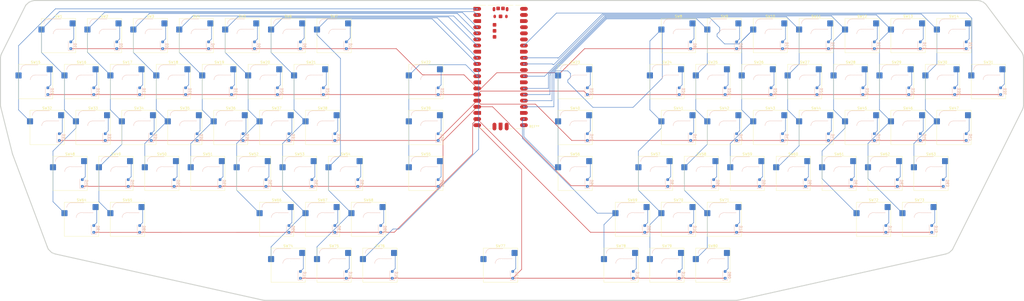
<source format=kicad_pcb>
(kicad_pcb (version 20240108) (generator "pcbnew") (generator_version "8.0")
  (title_block (title "terminus.est") (rev "v0.0.0-alpha") (company "ROSSCORP"))
  (layers (0 "F.Cu" signal) (31 "B.Cu" signal) (34 "B.Paste" user) (35 "F.Paste" user) (36 "B.SilkS" user "B.Silkscreen") (37 "F.SilkS" user "F.Silkscreen") (38 "B.Mask" user) (39 "F.Mask" user) (44 "Edge.Cuts" user))
  (net 0 "")
  (net 1 "COL0")
  (net 2 "COL1")
  (net 3 "COL10")
  (net 4 "COL12")
  (net 5 "COL13")
  (net 6 "COL14")
  (net 7 "COL15")
  (net 8 "COL16")
  (net 9 "COL17")
  (net 10 "COL18")
  (net 11 "COL19")
  (net 12 "COL2")
  (net 13 "COL20")
  (net 14 "COL21")
  (net 15 "COL3")
  (net 16 "COL4")
  (net 17 "COL5")
  (net 18 "COL6")
  (net 19 "COL7")
  (net 20 "COL8")
  (net 21 "COL9")
  (net 22 "N$1")
  (net 23 "N$10")
  (net 24 "N$11")
  (net 25 "N$12")
  (net 26 "N$13")
  (net 27 "N$14")
  (net 28 "N$15")
  (net 29 "N$16")
  (net 30 "N$17")
  (net 31 "N$18")
  (net 32 "N$19")
  (net 33 "N$2")
  (net 34 "N$20")
  (net 35 "N$21")
  (net 36 "N$22")
  (net 37 "N$23")
  (net 38 "N$24")
  (net 39 "N$25")
  (net 40 "N$26")
  (net 41 "N$27")
  (net 42 "N$28")
  (net 43 "N$29")
  (net 44 "N$3")
  (net 45 "N$30")
  (net 46 "N$31")
  (net 47 "N$32")
  (net 48 "N$33")
  (net 49 "N$34")
  (net 50 "N$35")
  (net 51 "N$36")
  (net 52 "N$37")
  (net 53 "N$38")
  (net 54 "N$39")
  (net 55 "N$4")
  (net 56 "N$40")
  (net 57 "N$41")
  (net 58 "N$42")
  (net 59 "N$43")
  (net 60 "N$44")
  (net 61 "N$45")
  (net 62 "N$46")
  (net 63 "N$47")
  (net 64 "N$48")
  (net 65 "N$49")
  (net 66 "N$5")
  (net 67 "N$50")
  (net 68 "N$51")
  (net 69 "N$52")
  (net 70 "N$53")
  (net 71 "N$54")
  (net 72 "N$55")
  (net 73 "N$56")
  (net 74 "N$57")
  (net 75 "N$58")
  (net 76 "N$59")
  (net 77 "N$6")
  (net 78 "N$60")
  (net 79 "N$61")
  (net 80 "N$62")
  (net 81 "N$63")
  (net 82 "N$64")
  (net 83 "N$65")
  (net 84 "N$66")
  (net 85 "N$67")
  (net 86 "N$68")
  (net 87 "N$69")
  (net 88 "N$7")
  (net 89 "N$70")
  (net 90 "N$71")
  (net 91 "N$72")
  (net 92 "N$73")
  (net 93 "N$74")
  (net 94 "N$75")
  (net 95 "N$76")
  (net 96 "N$77")
  (net 97 "N$78")
  (net 98 "N$79")
  (net 99 "N$8")
  (net 100 "N$80")
  (net 101 "N$9")
  (net 102 "ROW0")
  (net 103 "ROW1")
  (net 104 "ROW2")
  (net 105 "ROW3")
  (net 106 "ROW4")
  (net 107 "ROW5")
  (footprint "SW_Hotswap_Kailh_MX_1.00u" (layer "F.Cu") (at 421.5692 163.6567)
    (property "Reference" "SW27")
    (property "Value" "SW_Push")
  )
  (footprint "SW_Hotswap_Kailh_MX_1.00u" (layer "F.Cu") (at 202.4942 182.7067)
    (property "Reference" "SW37")
    (property "Value" "SW_Push")
  )
  (footprint "SW_Hotswap_Kailh_MX_1.00u" (layer "F.Cu") (at 473.9567 201.7567)
    (property "Reference" "SW63")
    (property "Value" "SW_Push")
  )
  (footprint "SW_Hotswap_Kailh_MX_1.00u" (layer "F.Cu") (at 154.8692 201.7567)
    (property "Reference" "SW50")
    (property "Value" "SW_Push")
  )
  (footprint "SW_Hotswap_Kailh_MX_1.00u" (layer "F.Cu") (at 388.2317 220.8067)
    (property "Reference" "SW71")
    (property "Value" "SW_Push")
  )
  (footprint "SW_Hotswap_Kailh_MX_1.00u" (layer "F.Cu") (at 264.4067 182.7067)
    (property "Reference" "SW39")
    (property "Value" "SW_Push")
  )
  (footprint "SW_Hotswap_Kailh_MX_1.00u" (layer "F.Cu") (at 326.3192 201.7567)
    (property "Reference" "SW56")
    (property "Value" "SW_Push")
  )
  (footprint "SW_Hotswap_Kailh_MX_1.00u" (layer "F.Cu") (at 445.3817 182.7067)
    (property "Reference" "SW45")
    (property "Value" "SW_Push")
  )
  (footprint "SW_Hotswap_Kailh_MX_1.00u" (layer "F.Cu") (at 207.2567 144.6067)
    (property "Reference" "SW6")
    (property "Value" "SW_Push")
  )
  (footprint "SW_Hotswap_Kailh_MX_1.00u" (layer "F.Cu") (at 369.1817 220.8067)
    (property "Reference" "SW70")
    (property "Value" "SW_Push")
  )
  (footprint "SW_Hotswap_Kailh_MX_1.00u" (layer "F.Cu") (at 450.1442 220.8067)
    (property "Reference" "SW72")
    (property "Value" "SW_Push")
  )
  (footprint "SW_Hotswap_Kailh_MX_1.00u" (layer "F.Cu") (at 326.3192 182.7067)
    (property "Reference" "SW40")
    (property "Value" "SW_Push")
  )
  (footprint "SW_Hotswap_Kailh_MX_1.00u" (layer "F.Cu") (at 140.5817 220.8067)
    (property "Reference" "SW65")
    (property "Value" "SW_Push")
  )
  (footprint "SW_Hotswap_Kailh_MX_1.00u" (layer "F.Cu") (at 112.0067 144.6067)
    (property "Reference" "SW1")
    (property "Value" "SW_Push")
  )
  (footprint "SW_Hotswap_Kailh_MX_1.00u" (layer "F.Cu") (at 121.5317 220.8067)
    (property "Reference" "SW64")
    (property "Value" "SW_Push")
  )
  (footprint "SW_Hotswap_Kailh_MX_1.00u" (layer "F.Cu") (at 216.7817 163.6567)
    (property "Reference" "SW21")
    (property "Value" "SW_Push")
  )
  (footprint "SW_Hotswap_Kailh_MX_1.00u" (layer "F.Cu") (at 240.5942 220.8067)
    (property "Reference" "SW68")
    (property "Value" "SW_Push")
  )
  (footprint "SW_Hotswap_Kailh_MX_1.00u" (layer "F.Cu") (at 226.3067 239.8567)
    (property "Reference" "SW75")
    (property "Value" "SW_Push")
  )
  (footprint "SW_Hotswap_Kailh_MX_1.00u" (layer "F.Cu") (at 464.4317 144.6067)
    (property "Reference" "SW13")
    (property "Value" "SW_Push")
  )
  (footprint "SW_Hotswap_Kailh_MX_1.00u" (layer "F.Cu") (at 221.5442 182.7067)
    (property "Reference" "SW38")
    (property "Value" "SW_Push")
  )
  (footprint "SW_Hotswap_Kailh_MX_1.00u" (layer "F.Cu") (at 459.6692 163.6567)
    (property "Reference" "SW29")
    (property "Value" "SW_Push")
  )
  (footprint "SW_Hotswap_Kailh_MX_1.00u" (layer "F.Cu") (at 264.4067 163.6567)
    (property "Reference" "SW22")
    (property "Value" "SW_Push")
  )
  (footprint "SW_Hotswap_Kailh_MX_1.00u" (layer "F.Cu") (at 212.0192 201.7567)
    (property "Reference" "SW53")
    (property "Value" "SW_Push")
  )
  (footprint "SW_Hotswap_Kailh_MX_1.00u" (layer "F.Cu") (at 359.6567 201.7567)
    (property "Reference" "SW57")
    (property "Value" "SW_Push")
  )
  (footprint "SW_Hotswap_Kailh_MX_1.00u" (layer "F.Cu") (at 435.8567 201.7567)
    (property "Reference" "SW61")
    (property "Value" "SW_Push")
  )
  (footprint "SW_Hotswap_Kailh_MX_1.00u" (layer "F.Cu") (at 207.2567 239.8567)
    (property "Reference" "SW74")
    (property "Value" "SW_Push")
  )
  (footprint "SW_Hotswap_Kailh_MX_1.00u" (layer "F.Cu") (at 416.8067 201.7567)
    (property "Reference" "SW60")
    (property "Value" "SW_Push")
  )
  (footprint "SW_Hotswap_Kailh_MX_1.00u" (layer "F.Cu") (at 107.2442 182.7067)
    (property "Reference" "SW32")
    (property "Value" "SW_Push")
  )
  (footprint "SW_Hotswap_Kailh_MX_1.00u" (layer "F.Cu") (at 388.2317 182.7067)
    (property "Reference" "SW42")
    (property "Value" "SW_Push")
  )
  (footprint "SW_Hotswap_Kailh_MX_1.00u" (layer "F.Cu") (at 135.8192 201.7567)
    (property "Reference" "SW49")
    (property "Value" "SW_Push")
  )
  (footprint "SW_Hotswap_Kailh_MX_1.00u" (layer "F.Cu") (at 192.9692 201.7567)
    (property "Reference" "SW52")
    (property "Value" "SW_Push")
  )
  (footprint "SW_Hotswap_Kailh_MX_1.00u" (layer "F.Cu") (at 202.4942 220.8067)
    (property "Reference" "SW66")
    (property "Value" "SW_Push")
  )
  (footprint "SW_Hotswap_Kailh_MX_1.00u" (layer "F.Cu") (at 159.6317 163.6567)
    (property "Reference" "SW18")
    (property "Value" "SW_Push")
  )
  (footprint "SW_Hotswap_Kailh_MX_1.00u" (layer "F.Cu") (at 397.7567 201.7567)
    (property "Reference" "SW59")
    (property "Value" "SW_Push")
  )
  (footprint "SW_Hotswap_Kailh_MX_1.00u" (layer "F.Cu") (at 121.5317 163.6567)
    (property "Reference" "SW16")
    (property "Value" "SW_Push")
  )
  (footprint "SW_Hotswap_Kailh_MX_1.00u" (layer "F.Cu") (at 497.7692 163.6567)
    (property "Reference" "SW31")
    (property "Value" "SW_Push")
  )
  (footprint "SW_Hotswap_Kailh_MX_1.00u" (layer "F.Cu") (at 426.3317 144.6067)
    (property "Reference" "SW11")
    (property "Value" "SW_Push")
  )
  (footprint "SW_Hotswap_Kailh_MX_1.00u" (layer "F.Cu") (at 369.1817 144.6067)
    (property "Reference" "SW8")
    (property "Value" "SW_Push")
  )
  (footprint "SW_Hotswap_Kailh_MX_1.00u" (layer "F.Cu") (at 169.1567 144.6067)
    (property "Reference" "SW4")
    (property "Value" "SW_Push")
  )
  (footprint "SW_Hotswap_Kailh_MX_1.00u" (layer "F.Cu") (at 140.5817 163.6567)
    (property "Reference" "SW17")
    (property "Value" "SW_Push")
  )
  (footprint "SW_Hotswap_Kailh_MX_1.00u" (layer "F.Cu") (at 369.1817 182.7067)
    (property "Reference" "SW41")
    (property "Value" "SW_Push")
  )
  (footprint "SW_Hotswap_Kailh_MX_1.00u" (layer "F.Cu") (at 407.2817 144.6067)
    (property "Reference" "SW10")
    (property "Value" "SW_Push")
  )
  (footprint "SW_Hotswap_Kailh_MX_1.00u" (layer "F.Cu") (at 350.1317 220.8067)
    (property "Reference" "SW69")
    (property "Value" "SW_Push")
  )
  (footprint "SW_Hotswap_Kailh_MX_1.00u" (layer "F.Cu") (at 245.3567 239.8567)
    (property "Reference" "SW76")
    (property "Value" "SW_Push")
  )
  (footprint "SW_Hotswap_Kailh_MX_1.00u" (layer "F.Cu") (at 102.4817 163.6567)
    (property "Reference" "SW15")
    (property "Value" "SW_Push")
  )
  (footprint "SW_Hotswap_Kailh_MX_1.00u" (layer "F.Cu") (at 407.2817 182.7067)
    (property "Reference" "SW43")
    (property "Value" "SW_Push")
  )
  (footprint "SW_Hotswap_Kailh_MX_1.00u" (layer "F.Cu") (at 383.4692 163.6567)
    (property "Reference" "SW25")
    (property "Value" "SW_Push")
  )
  (footprint "SW_Hotswap_Kailh_MX_1.00u" (layer "F.Cu") (at 345.3692 239.8567)
    (property "Reference" "SW78")
    (property "Value" "SW_Push")
  )
  (footprint "SW_Hotswap_Kailh_MX_1.00u" (layer "F.Cu") (at 440.6192 163.6567)
    (property "Reference" "SW28")
    (property "Value" "SW_Push")
  )
  (footprint "SW_Hotswap_Kailh_MX_1.00u" (layer "F.Cu") (at 295.363 239.8567)
    (property "Reference" "SW77")
    (property "Value" "SW_Push")
  )
  (footprint "SW_Hotswap_Kailh_MX_1.00u" (layer "F.Cu") (at 483.4817 144.6067)
    (property "Reference" "SW14")
    (property "Value" "SW_Push")
  )
  (footprint "SW_Hotswap_Kailh_MX_1.00u" (layer "F.Cu") (at 231.0692 201.7567)
    (property "Reference" "SW54")
    (property "Value" "SW_Push")
  )
  (footprint "SW_Hotswap_Kailh_MX_1.00u" (layer "F.Cu") (at 402.5192 163.6567)
    (property "Reference" "SW26")
    (property "Value" "SW_Push")
  )
  (footprint "SW_Hotswap_Kailh_MX_1.00u" (layer "F.Cu") (at 383.4692 239.8567)
    (property "Reference" "SW80")
    (property "Value" "SW_Push")
  )
  (footprint "SW_Hotswap_Kailh_MX_1.00u" (layer "F.Cu") (at 483.4817 182.7067)
    (property "Reference" "SW47")
    (property "Value" "SW_Push")
  )
  (footprint "SW_Hotswap_Kailh_MX_1.00u" (layer "F.Cu") (at 364.4192 163.6567)
    (property "Reference" "SW24")
    (property "Value" "SW_Push")
  )
  (footprint "SW_Hotswap_Kailh_MX_1.00u" (layer "F.Cu") (at 464.4317 182.7067)
    (property "Reference" "SW46")
    (property "Value" "SW_Push")
  )
  (footprint "SW_Hotswap_Kailh_MX_1.00u" (layer "F.Cu") (at 150.1067 144.6067)
    (property "Reference" "SW3")
    (property "Value" "SW_Push")
  )
  (footprint "SW_Hotswap_Kailh_MX_1.00u" (layer "F.Cu") (at 378.7067 201.7567)
    (property "Reference" "SW58")
    (property "Value" "SW_Push")
  )
  (footprint "Module:RaspberryPi_Pico_SMD" (layer "F.Cu") (at 295.375 157.625)
    (property "Reference" "REF**")
    (property "Value" "RaspberryPi_Pico_SMD")
  )
  (footprint "SW_Hotswap_Kailh_MX_1.00u" (layer "F.Cu") (at 173.9192 201.7567)
    (property "Reference" "SW51")
    (property "Value" "SW_Push")
  )
  (footprint "SW_Hotswap_Kailh_MX_1.00u" (layer "F.Cu") (at 183.4442 182.7067)
    (property "Reference" "SW36")
    (property "Value" "SW_Push")
  )
  (footprint "SW_Hotswap_Kailh_MX_1.00u" (layer "F.Cu") (at 478.7192 163.6567)
    (property "Reference" "SW30")
    (property "Value" "SW_Push")
  )
  (footprint "SW_Hotswap_Kailh_MX_1.00u" (layer "F.Cu") (at 145.3442 182.7067)
    (property "Reference" "SW34")
    (property "Value" "SW_Push")
  )
  (footprint "SW_Hotswap_Kailh_MX_1.00u" (layer "F.Cu") (at 364.4192 239.8567)
    (property "Reference" "SW79")
    (property "Value" "SW_Push")
  )
  (footprint "SW_Hotswap_Kailh_MX_1.00u" (layer "F.Cu") (at 221.5442 220.8067)
    (property "Reference" "SW67")
    (property "Value" "SW_Push")
  )
  (footprint "SW_Hotswap_Kailh_MX_1.00u" (layer "F.Cu") (at 226.3067 144.6067)
    (property "Reference" "SW7")
    (property "Value" "SW_Push")
  )
  (footprint "SW_Hotswap_Kailh_MX_1.00u" (layer "F.Cu") (at 445.3817 144.6067)
    (property "Reference" "SW12")
    (property "Value" "SW_Push")
  )
  (footprint "SW_Hotswap_Kailh_MX_1.00u" (layer "F.Cu") (at 469.1942 220.8067)
    (property "Reference" "SW73")
    (property "Value" "SW_Push")
  )
  (footprint "SW_Hotswap_Kailh_MX_1.00u" (layer "F.Cu") (at 131.0567 144.6067)
    (property "Reference" "SW2")
    (property "Value" "SW_Push")
  )
  (footprint "SW_Hotswap_Kailh_MX_1.00u" (layer "F.Cu") (at 126.2942 182.7067)
    (property "Reference" "SW33")
    (property "Value" "SW_Push")
  )
  (footprint "SW_Hotswap_Kailh_MX_1.00u" (layer "F.Cu") (at 326.3192 163.6567)
    (property "Reference" "SW23")
    (property "Value" "SW_Push")
  )
  (footprint "SW_Hotswap_Kailh_MX_1.00u" (layer "F.Cu") (at 197.7317 163.6567)
    (property "Reference" "SW20")
    (property "Value" "SW_Push")
  )
  (footprint "SW_Hotswap_Kailh_MX_1.00u" (layer "F.Cu") (at 426.3317 182.7067)
    (property "Reference" "SW44")
    (property "Value" "SW_Push")
  )
  (footprint "SW_Hotswap_Kailh_MX_1.00u" (layer "F.Cu") (at 264.4067 201.7567)
    (property "Reference" "SW55")
    (property "Value" "SW_Push")
  )
  (footprint "SW_Hotswap_Kailh_MX_1.00u" (layer "F.Cu") (at 388.2317 144.6067)
    (property "Reference" "SW9")
    (property "Value" "SW_Push")
  )
  (footprint "SW_Hotswap_Kailh_MX_1.00u" (layer "F.Cu") (at 116.7692 201.7567)
    (property "Reference" "SW48")
    (property "Value" "SW_Push")
  )
  (footprint "SW_Hotswap_Kailh_MX_1.00u" (layer "F.Cu") (at 178.6817 163.6567)
    (property "Reference" "SW19")
    (property "Value" "SW_Push")
  )
  (footprint "SW_Hotswap_Kailh_MX_1.00u" (layer "F.Cu") (at 164.3942 182.7067)
    (property "Reference" "SW35")
    (property "Value" "SW_Push")
  )
  (footprint "SW_Hotswap_Kailh_MX_1.00u" (layer "F.Cu") (at 188.2067 144.6067)
    (property "Reference" "SW5")
    (property "Value" "SW_Push")
  )
  (footprint "SW_Hotswap_Kailh_MX_1.00u" (layer "F.Cu") (at 454.9067 201.7567)
    (property "Reference" "SW62")
    (property "Value" "SW_Push")
  )
  (footprint "D_SOD-123F" (layer "B.Cu") (at 479.0367 205.7567 90)
    (property "Reference" "D63")
    (property "Value" "D")
  )
  (footprint "D_SOD-123F" (layer "B.Cu") (at 488.5617 186.7067 90)
    (property "Reference" "D47")
    (property "Value" "D")
  )
  (footprint "D_SOD-123F" (layer "B.Cu") (at 217.0992 205.7567 90)
    (property "Reference" "D53")
    (property "Value" "D")
  )
  (footprint "D_SOD-123F" (layer "B.Cu") (at 331.3992 186.7067 90)
    (property "Reference" "D40")
    (property "Value" "D")
  )
  (footprint "D_SOD-123F" (layer "B.Cu") (at 250.4367 243.8567 90)
    (property "Reference" "D76")
    (property "Value" "D")
  )
  (footprint "D_SOD-123F" (layer "B.Cu") (at 231.3867 243.8567 90)
    (property "Reference" "D75")
    (property "Value" "D")
  )
  (footprint "D_SOD-123F" (layer "B.Cu") (at 126.6117 224.8067 90)
    (property "Reference" "D64")
    (property "Value" "D")
  )
  (footprint "D_SOD-123F" (layer "B.Cu") (at 355.2117 224.8067 90)
    (property "Reference" "D69")
    (property "Value" "D")
  )
  (footprint "D_SOD-123F" (layer "B.Cu") (at 226.6242 186.7067 90)
    (property "Reference" "D38")
    (property "Value" "D")
  )
  (footprint "D_SOD-123F" (layer "B.Cu") (at 488.5617 148.6067 90)
    (property "Reference" "D14")
    (property "Value" "D")
  )
  (footprint "D_SOD-123F" (layer "B.Cu") (at 407.5992 167.6567 90)
    (property "Reference" "D26")
    (property "Value" "D")
  )
  (footprint "D_SOD-123F" (layer "B.Cu") (at 212.3367 148.6067 90)
    (property "Reference" "D6")
    (property "Value" "D")
  )
  (footprint "D_SOD-123F" (layer "B.Cu") (at 107.5617 167.6567 90)
    (property "Reference" "D15")
    (property "Value" "D")
  )
  (footprint "D_SOD-123F" (layer "B.Cu") (at 374.2617 148.6067 90)
    (property "Reference" "D8")
    (property "Value" "D")
  )
  (footprint "D_SOD-123F" (layer "B.Cu") (at 440.9367 205.7567 90)
    (property "Reference" "D61")
    (property "Value" "D")
  )
  (footprint "D_SOD-123F" (layer "B.Cu") (at 455.2242 224.8067 90)
    (property "Reference" "D72")
    (property "Value" "D")
  )
  (footprint "D_SOD-123F" (layer "B.Cu") (at 459.9867 205.7567 90)
    (property "Reference" "D62")
    (property "Value" "D")
  )
  (footprint "D_SOD-123F" (layer "B.Cu") (at 374.2617 224.8067 90)
    (property "Reference" "D70")
    (property "Value" "D")
  )
  (footprint "D_SOD-123F" (layer "B.Cu") (at 136.1367 148.6067 90)
    (property "Reference" "D2")
    (property "Value" "D")
  )
  (footprint "D_SOD-123F" (layer "B.Cu") (at 431.4117 186.7067 90)
    (property "Reference" "D44")
    (property "Value" "D")
  )
  (footprint "D_SOD-123F" (layer "B.Cu") (at 421.8867 205.7567 90)
    (property "Reference" "D60")
    (property "Value" "D")
  )
  (footprint "D_SOD-123F" (layer "B.Cu") (at 221.8617 167.6567 90)
    (property "Reference" "D21")
    (property "Value" "D")
  )
  (footprint "D_SOD-123F" (layer "B.Cu") (at 245.6742 224.8067 90)
    (property "Reference" "D68")
    (property "Value" "D")
  )
  (footprint "D_SOD-123F" (layer "B.Cu") (at 369.4992 167.6567 90)
    (property "Reference" "D24")
    (property "Value" "D")
  )
  (footprint "D_SOD-123F" (layer "B.Cu") (at 483.7992 167.6567 90)
    (property "Reference" "D30")
    (property "Value" "D")
  )
  (footprint "D_SOD-123F" (layer "B.Cu") (at 269.4867 186.7067 90)
    (property "Reference" "D39")
    (property "Value" "D")
  )
  (footprint "D_SOD-123F" (layer "B.Cu") (at 269.4867 205.7567 90)
    (property "Reference" "D55")
    (property "Value" "D")
  )
  (footprint "D_SOD-123F" (layer "B.Cu") (at 464.7492 167.6567 90)
    (property "Reference" "D29")
    (property "Value" "D")
  )
  (footprint "D_SOD-123F" (layer "B.Cu") (at 393.3117 224.8067 90)
    (property "Reference" "D71")
    (property "Value" "D")
  )
  (footprint "D_SOD-123F" (layer "B.Cu") (at 150.4242 186.7067 90)
    (property "Reference" "D34")
    (property "Value" "D")
  )
  (footprint "D_SOD-123F" (layer "B.Cu") (at 169.4742 186.7067 90)
    (property "Reference" "D35")
    (property "Value" "D")
  )
  (footprint "D_SOD-123F" (layer "B.Cu") (at 126.6117 167.6567 90)
    (property "Reference" "D16")
    (property "Value" "D")
  )
  (footprint "D_SOD-123F" (layer "B.Cu") (at 393.3117 148.6067 90)
    (property "Reference" "D9")
    (property "Value" "D")
  )
  (footprint "D_SOD-123F" (layer "B.Cu") (at 226.6242 224.8067 90)
    (property "Reference" "D67")
    (property "Value" "D")
  )
  (footprint "D_SOD-123F" (layer "B.Cu") (at 164.7117 167.6567 90)
    (property "Reference" "D18")
    (property "Value" "D")
  )
  (footprint "D_SOD-123F" (layer "B.Cu") (at 131.3742 186.7067 90)
    (property "Reference" "D33")
    (property "Value" "D")
  )
  (footprint "D_SOD-123F" (layer "B.Cu") (at 369.4992 243.8567 90)
    (property "Reference" "D79")
    (property "Value" "D")
  )
  (footprint "D_SOD-123F" (layer "B.Cu") (at 350.4492 243.8567 90)
    (property "Reference" "D78")
    (property "Value" "D")
  )
  (footprint "D_SOD-123F" (layer "B.Cu") (at 388.5492 167.6567 90)
    (property "Reference" "D25")
    (property "Value" "D")
  )
  (footprint "D_SOD-123F" (layer "B.Cu") (at 236.1492 205.7567 90)
    (property "Reference" "D54")
    (property "Value" "D")
  )
  (footprint "D_SOD-123F" (layer "B.Cu") (at 374.2617 186.7067 90)
    (property "Reference" "D41")
    (property "Value" "D")
  )
  (footprint "D_SOD-123F" (layer "B.Cu") (at 112.3242 186.7067 90)
    (property "Reference" "D32")
    (property "Value" "D")
  )
  (footprint "D_SOD-123F" (layer "B.Cu") (at 145.6617 224.8067 90)
    (property "Reference" "D65")
    (property "Value" "D")
  )
  (footprint "D_SOD-123F" (layer "B.Cu") (at 269.4867 167.6567 90)
    (property "Reference" "D22")
    (property "Value" "D")
  )
  (footprint "D_SOD-123F" (layer "B.Cu") (at 300.443 243.8567 90)
    (property "Reference" "D77")
    (property "Value" "D")
  )
  (footprint "D_SOD-123F" (layer "B.Cu") (at 188.5242 186.7067 90)
    (property "Reference" "D36")
    (property "Value" "D")
  )
  (footprint "D_SOD-123F" (layer "B.Cu") (at 474.2742 224.8067 90)
    (property "Reference" "D73")
    (property "Value" "D")
  )
  (footprint "D_SOD-123F" (layer "B.Cu") (at 159.9492 205.7567 90)
    (property "Reference" "D50")
    (property "Value" "D")
  )
  (footprint "D_SOD-123F" (layer "B.Cu") (at 193.2867 148.6067 90)
    (property "Reference" "D5")
    (property "Value" "D")
  )
  (footprint "D_SOD-123F" (layer "B.Cu") (at 140.8992 205.7567 90)
    (property "Reference" "D49")
    (property "Value" "D")
  )
  (footprint "D_SOD-123F" (layer "B.Cu") (at 183.7617 167.6567 90)
    (property "Reference" "D19")
    (property "Value" "D")
  )
  (footprint "D_SOD-123F" (layer "B.Cu") (at 207.5742 186.7067 90)
    (property "Reference" "D37")
    (property "Value" "D")
  )
  (footprint "D_SOD-123F" (layer "B.Cu") (at 402.8367 205.7567 90)
    (property "Reference" "D59")
    (property "Value" "D")
  )
  (footprint "D_SOD-123F" (layer "B.Cu") (at 174.2367 148.6067 90)
    (property "Reference" "D4")
    (property "Value" "D")
  )
  (footprint "D_SOD-123F" (layer "B.Cu") (at 121.8492 205.7567 90)
    (property "Reference" "D48")
    (property "Value" "D")
  )
  (footprint "D_SOD-123F" (layer "B.Cu") (at 412.3617 186.7067 90)
    (property "Reference" "D43")
    (property "Value" "D")
  )
  (footprint "D_SOD-123F" (layer "B.Cu") (at 450.4617 148.6067 90)
    (property "Reference" "D12")
    (property "Value" "D")
  )
  (footprint "D_SOD-123F" (layer "B.Cu") (at 445.6992 167.6567 90)
    (property "Reference" "D28")
    (property "Value" "D")
  )
  (footprint "D_SOD-123F" (layer "B.Cu") (at 198.0492 205.7567 90)
    (property "Reference" "D52")
    (property "Value" "D")
  )
  (footprint "D_SOD-123F" (layer "B.Cu") (at 469.5117 148.6067 90)
    (property "Reference" "D13")
    (property "Value" "D")
  )
  (footprint "D_SOD-123F" (layer "B.Cu") (at 431.4117 148.6067 90)
    (property "Reference" "D11")
    (property "Value" "D")
  )
  (footprint "D_SOD-123F" (layer "B.Cu") (at 212.3367 243.8567 90)
    (property "Reference" "D74")
    (property "Value" "D")
  )
  (footprint "D_SOD-123F" (layer "B.Cu") (at 145.6617 167.6567 90)
    (property "Reference" "D17")
    (property "Value" "D")
  )
  (footprint "D_SOD-123F" (layer "B.Cu") (at 207.5742 224.8067 90)
    (property "Reference" "D66")
    (property "Value" "D")
  )
  (footprint "D_SOD-123F" (layer "B.Cu") (at 231.3867 148.6067 90)
    (property "Reference" "D7")
    (property "Value" "D")
  )
  (footprint "D_SOD-123F" (layer "B.Cu") (at 178.9992 205.7567 90)
    (property "Reference" "D51")
    (property "Value" "D")
  )
  (footprint "D_SOD-123F" (layer "B.Cu") (at 393.3117 186.7067 90)
    (property "Reference" "D42")
    (property "Value" "D")
  )
  (footprint "D_SOD-123F" (layer "B.Cu") (at 155.1867 148.6067 90)
    (property "Reference" "D3")
    (property "Value" "D")
  )
  (footprint "D_SOD-123F" (layer "B.Cu") (at 383.7867 205.7567 90)
    (property "Reference" "D58")
    (property "Value" "D")
  )
  (footprint "D_SOD-123F" (layer "B.Cu") (at 469.5117 186.7067 90)
    (property "Reference" "D46")
    (property "Value" "D")
  )
  (footprint "D_SOD-123F" (layer "B.Cu") (at 412.3617 148.6067 90)
    (property "Reference" "D10")
    (property "Value" "D")
  )
  (footprint "D_SOD-123F" (layer "B.Cu") (at 502.8492 167.6567 90)
    (property "Reference" "D31")
    (property "Value" "D")
  )
  (footprint "D_SOD-123F" (layer "B.Cu") (at 364.7367 205.7567 90)
    (property "Reference" "D57")
    (property "Value" "D")
  )
  (footprint "D_SOD-123F" (layer "B.Cu") (at 117.0867 148.6067 90)
    (property "Reference" "D1")
    (property "Value" "D")
  )
  (footprint "D_SOD-123F" (layer "B.Cu") (at 426.6492 167.6567 90)
    (property "Reference" "D27")
    (property "Value" "D")
  )
  (footprint "D_SOD-123F" (layer "B.Cu") (at 450.4617 186.7067 90)
    (property "Reference" "D45")
    (property "Value" "D")
  )
  (footprint "D_SOD-123F" (layer "B.Cu") (at 388.5492 243.8567 90)
    (property "Reference" "D80")
    (property "Value" "D")
  )
  (footprint "D_SOD-123F" (layer "B.Cu") (at 202.8117 167.6567 90)
    (property "Reference" "D20")
    (property "Value" "D")
  )
  (footprint "D_SOD-123F" (layer "B.Cu") (at 331.3992 167.6567 90)
    (property "Reference" "D23")
    (property "Value" "D")
  )
  (footprint "D_SOD-123F" (layer "B.Cu") (at 331.3992 205.7567 90)
    (property "Reference" "D56")
    (property "Value" "D")
  )
  (gr_line (start 393.267816 254.435852) (end 197.458098 254.435852) (stroke (width 0.4)) (layer "Edge.Cuts"))
  (gr_line (start 480.016332 235.219571) (end 393.811766 254.376141) (stroke (width 0.4)) (layer "Edge.Cuts"))
  (gr_line (start 87.902587 153.639295) (end 88.094719 152.673343) (stroke (width 0.4)) (layer "Edge.Cuts"))
  (gr_line (start 98.375 132) (end 99.696085 130.769482) (stroke (width 0.4)) (layer "Edge.Cuts"))
  (gr_line (start 110.709582 235.219571) (end 110.294451 235.08857) (stroke (width 0.4)) (layer "Edge.Cuts"))
  (gr_line (start 107.300713 232.166741) (end 92.933484 193.85413) (stroke (width 0.4)) (layer "Edge.Cuts"))
  (gr_line (start 482.825914 233.413464) (end 481.504829 234.643982) (stroke (width 0.4)) (layer "Edge.Cuts"))
  (gr_line (start 511.917948 175.215325) (end 511.844284 175.376726) (stroke (width 0.4)) (layer "Edge.Cuts"))
  (gr_line (start 101.98927 130.027612) (end 493.499144 130.027612) (stroke (width 0.4)) (layer "Edge.Cuts"))
  (gr_line (start 511.831762 151.890063) (end 511.96363 152.208429) (stroke (width 0.4)) (layer "Edge.Cuts"))
  (gr_line (start 88.287284 152.208429) (end 88.332966 152.098139) (stroke (width 0.4)) (layer "Edge.Cuts"))
  (gr_line (start 99.696085 130.769482) (end 100.558404 130.412309) (stroke (width 0.4)) (layer "Edge.Cuts"))
  (gr_line (start 512.348327 153.639295) (end 512.348327 173.674169) (stroke (width 0.4)) (layer "Edge.Cuts"))
  (gr_line (start 101.023318 130.219744) (end 101.98927 130.027612) (stroke (width 0.4)) (layer "Edge.Cuts"))
  (gr_line (start 196.914148 254.376141) (end 110.709582 235.219571) (stroke (width 0.4)) (layer "Edge.Cuts"))
  (gr_line (start 481.504829 234.643982) (end 480.64251 235.001155) (stroke (width 0.4)) (layer "Edge.Cuts"))
  (gr_line (start 494.93001 130.412309) (end 495.579439 130.681303) (stroke (width 0.4)) (layer "Edge.Cuts"))
  (gr_line (start 92.933484 193.85413) (end 92.848882 193.58244) (stroke (width 0.4)) (layer "Edge.Cuts"))
  (gr_line (start 88.094719 152.673343) (end 88.287284 152.208429) (stroke (width 0.4)) (layer "Edge.Cuts"))
  (gr_line (start 511.96363 152.208429) (end 512.156195 152.673343) (stroke (width 0.4)) (layer "Edge.Cuts"))
  (gr_line (start 92.848882 193.58244) (end 87.977511 174.096958) (stroke (width 0.4)) (layer "Edge.Cuts"))
  (gr_line (start 480.431463 235.08857) (end 480.016332 235.219571) (stroke (width 0.4)) (layer "Edge.Cuts"))
  (gr_line (start 88.40663 151.936738) (end 98.375 132) (stroke (width 0.4)) (layer "Edge.Cuts"))
  (gr_line (start 511.520832 151.344605) (end 511.831762 151.890063) (stroke (width 0.4)) (layer "Edge.Cuts"))
  (gr_line (start 495.579439 130.681303) (end 496.641616 131.50565) (stroke (width 0.4)) (layer "Edge.Cuts"))
  (gr_line (start 197.458098 254.435852) (end 196.914148 254.376141) (stroke (width 0.4)) (layer "Edge.Cuts"))
  (gr_line (start 107.337284 232.255035) (end 107.300713 232.166741) (stroke (width 0.4)) (layer "Edge.Cuts"))
  (gr_line (start 512.348327 173.674169) (end 512.156195 174.640121) (stroke (width 0.4)) (layer "Edge.Cuts"))
  (gr_line (start 393.811766 254.376141) (end 393.267816 254.435852) (stroke (width 0.4)) (layer "Edge.Cuts"))
  (gr_line (start 87.977511 174.096958) (end 87.902587 173.488339) (stroke (width 0.4)) (layer "Edge.Cuts"))
  (gr_line (start 493.499144 130.027612) (end 494.465096 130.219744) (stroke (width 0.4)) (layer "Edge.Cuts"))
  (gr_line (start 110.294451 235.08857) (end 110.083404 235.001155) (stroke (width 0.4)) (layer "Edge.Cuts"))
  (gr_line (start 100.558404 130.412309) (end 101.023318 130.219744) (stroke (width 0.4)) (layer "Edge.Cuts"))
  (gr_line (start 512.156195 174.640121) (end 511.96363 175.105035) (stroke (width 0.4)) (layer "Edge.Cuts"))
  (gr_line (start 107.729623 233.202254) (end 107.337284 232.255035) (stroke (width 0.4)) (layer "Edge.Cuts"))
  (gr_line (start 480.64251 235.001155) (end 480.431463 235.08857) (stroke (width 0.4)) (layer "Edge.Cuts"))
  (gr_line (start 110.083404 235.001155) (end 109.136185 234.608816) (stroke (width 0.4)) (layer "Edge.Cuts"))
  (gr_line (start 512.156195 152.673343) (end 512.348327 153.639295) (stroke (width 0.4)) (layer "Edge.Cuts"))
  (gr_line (start 511.844284 175.376726) (end 482.825914 233.413464) (stroke (width 0.4)) (layer "Edge.Cuts"))
  (gr_line (start 87.902587 173.488339) (end 87.902587 153.639295) (stroke (width 0.4)) (layer "Edge.Cuts"))
  (gr_line (start 496.641616 131.50565) (end 511.520832 151.344605) (stroke (width 0.4)) (layer "Edge.Cuts"))
  (gr_line (start 511.96363 175.105035) (end 511.917948 175.215325) (stroke (width 0.4)) (layer "Edge.Cuts"))
  (gr_line (start 109.136185 234.608816) (end 107.729623 233.202254) (stroke (width 0.4)) (layer "Edge.Cuts"))
  (gr_line (start 88.332966 152.098139) (end 88.40663 151.936738) (stroke (width 0.4)) (layer "Edge.Cuts"))
  (gr_line (start 494.465096 130.219744) (end 494.93001 130.412309) (stroke (width 0.4)) (layer "Edge.Cuts"))
  (via (at 285.625 133.5) (size 0.6) (drill 0.3) (layers "F.Cu" "B.Cu") (net 1))
  (segment (start 95.3967 175.4042) (end 95.3967 161.1167) (width 0.2) (layer "B.Cu") (net 1))
  (segment (start 285.625 133.5) (end 110.678656 133.5) (width 0.2) (layer "B.Cu") (net 1))
  (segment (start 95.3967 148.781956) (end 95.3967 161.1167) (width 0.2) (layer "B.Cu") (net 1))
  (segment (start 100.1592 180.1667) (end 95.3967 175.4042) (width 0.2) (layer "B.Cu") (net 1))
  (segment (start 110.678656 133.5) (end 95.3967 148.781956) (width 0.2) (layer "B.Cu") (net 1))
  (via (at 285.685 136.035) (size 0.6) (drill 0.3) (layers "F.Cu" "B.Cu") (net 2))
  (segment (start 114.4467 218.2667) (end 109.6842 213.5042) (width 0.2) (layer "B.Cu") (net 2))
  (segment (start 114.4467 175.4042) (end 114.4467 161.1167) (width 0.2) (layer "B.Cu") (net 2))
  (segment (start 119.2092 180.1667) (end 114.4467 175.4042) (width 0.2) (layer "B.Cu") (net 2))
  (segment (start 109.6842 199.2167) (end 109.6842 192.504288) (width 0.2) (layer "B.Cu") (net 2))
  (segment (start 119.2092 182.979288) (end 119.2092 180.1667) (width 0.2) (layer "B.Cu") (net 2))
  (segment (start 109.6842 213.5042) (end 109.6842 199.2167) (width 0.2) (layer "B.Cu") (net 2))
  (segment (start 104.9217 142.0667) (end 112.3534 134.635) (width 0.2) (layer "B.Cu") (net 2))
  (segment (start 114.4467 161.1167) (end 104.9217 151.5917) (width 0.2) (layer "B.Cu") (net 2))
  (segment (start 109.6842 192.504288) (end 119.2092 182.979288) (width 0.2) (layer "B.Cu") (net 2))
  (segment (start 112.3534 134.635) (end 284.285 134.635) (width 0.2) (layer "B.Cu") (net 2))
  (segment (start 284.285 134.635) (end 285.685 136.035) (width 0.2) (layer "B.Cu") (net 2))
  (segment (start 104.9217 151.5917) (end 104.9217 142.0667) (width 0.2) (layer "B.Cu") (net 2))
  (via (at 305.065 181.755) (size 0.6) (drill 0.3) (layers "F.Cu" "B.Cu") (net 4))
  (segment (start 317.7167 199.2167) (end 305.065 186.565) (width 0.2) (layer "B.Cu") (net 4))
  (segment (start 319.2342 180.1667) (end 319.2342 161.1167) (width 0.2) (layer "B.Cu") (net 4))
  (segment (start 319.2342 199.2167) (end 319.2342 180.1667) (width 0.2) (layer "B.Cu") (net 4))
  (segment (start 319.2342 199.2167) (end 317.7167 199.2167) (width 0.2) (layer "B.Cu") (net 4))
  (segment (start 305.065 186.565) (end 305.065 181.755) (width 0.2) (layer "B.Cu") (net 4))
  (via (at 305.065 179.215) (size 0.6) (drill 0.3) (layers "F.Cu" "B.Cu") (net 5))
  (segment (start 335.474456 218.2667) (end 304.465 187.257244) (width 0.2) (layer "B.Cu") (net 5))
  (segment (start 338.2842 237.3167) (end 338.2842 223.0292) (width 0.2) (layer "B.Cu") (net 5))
  (segment (start 304.465 179.815) (end 305.065 179.215) (width 0.2) (layer "B.Cu") (net 5))
  (segment (start 338.2842 223.0292) (end 343.0467 218.2667) (width 0.2) (layer "B.Cu") (net 5))
  (segment (start 343.0467 218.2667) (end 335.474456 218.2667) (width 0.2) (layer "B.Cu") (net 5))
  (segment (start 304.465 187.257244) (end 304.465 179.815) (width 0.2) (layer "B.Cu") (net 5))
  (via (at 305.065 174.135) (size 0.6) (drill 0.3) (layers "F.Cu" "B.Cu") (net 6))
  (segment (start 323.28585 163.970938) (end 323.28585 162.9917) (width 0.2) (layer "B.Cu") (net 6))
  (segment (start 317.49 174.135) (end 305.065 174.135) (width 0.2) (layer "B.Cu") (net 6))
  (segment (start 362.4842 142.4542) (end 362.4842 162.244112) (width 0.2) (layer "B.Cu") (net 6))
  (segment (start 362.4842 162.244112) (end 350.353312 174.375) (width 0.2) (layer "B.Cu") (net 6))
  (segment (start 357.3342 237.3167) (end 357.3342 223.0292) (width 0.2) (layer "B.Cu") (net 6))
  (segment (start 317.5 174.125) (end 317.49 174.135) (width 0.2) (layer "B.Cu") (net 6))
  (segment (start 333.689912 174.375) (end 323.28585 163.970938) (width 0.2) (layer "B.Cu") (net 6))
  (segment (start 357.3342 223.0292) (end 362.0967 218.2667) (width 0.2) (layer "B.Cu") (net 6))
  (segment (start 357.3342 175.4042) (end 357.3342 161.1167) (width 0.2) (layer "B.Cu") (net 6))
  (segment (start 317.5 160.041156) (end 317.5 174.125) (width 0.2) (layer "B.Cu") (net 6))
  (segment (start 362.0967 180.1667) (end 357.3342 175.4042) (width 0.2) (layer "B.Cu") (net 6))
  (segment (start 362.0967 182.979288) (end 362.0967 180.1667) (width 0.2) (layer "B.Cu") (net 6))
  (segment (start 362.0967 218.2667) (end 352.5717 208.7417) (width 0.2) (layer "B.Cu") (net 6))
  (segment (start 357.3342 146.8292) (end 362.0967 142.0667) (width 0.2) (layer "B.Cu") (net 6))
  (segment (start 324.3842 160.34005) (end 323.28585 159.2417) (width 0.2) (layer "B.Cu") (net 6))
  (segment (start 323.28585 159.2417) (end 318.299456 159.2417) (width 0.2) (layer "B.Cu") (net 6))
  (segment (start 352.5717 199.2167) (end 352.5717 192.504288) (width 0.2) (layer "B.Cu") (net 6))
  (segment (start 352.5717 192.504288) (end 362.0967 182.979288) (width 0.2) (layer "B.Cu") (net 6))
  (segment (start 318.299456 159.2417) (end 317.5 160.041156) (width 0.2) (layer "B.Cu") (net 6))
  (segment (start 323.28585 162.9917) (end 324.3842 161.89335) (width 0.2) (layer "B.Cu") (net 6))
  (segment (start 352.5717 208.7417) (end 352.5717 199.2167) (width 0.2) (layer "B.Cu") (net 6))
  (segment (start 350.353312 174.375) (end 333.689912 174.375) (width 0.2) (layer "B.Cu") (net 6))
  (segment (start 357.3342 161.1167) (end 357.3342 146.8292) (width 0.2) (layer "B.Cu") (net 6))
  (segment (start 324.3842 161.89335) (end 324.3842 160.34005) (width 0.2) (layer "B.Cu") (net 6))
  (via (at 305.065 171.595) (size 0.6) (drill 0.3) (layers "F.Cu" "B.Cu") (net 7))
  (segment (start 381.1467 218.2667) (end 381.1467 232.5542) (width 0.2) (layer "B.Cu") (net 7))
  (segment (start 381.1467 142.0667) (end 376.7317 137.6517) (width 0.2) (layer "B.Cu") (net 7))
  (segment (start 381.1467 232.5542) (end 376.3842 237.3167) (width 0.2) (layer "B.Cu") (net 7))
  (segment (start 316.75 160.22547) (end 316.75 171.625) (width 0.2) (layer "B.Cu") (net 7))
  (segment (start 376.7317 137.6517) (end 339.32377 137.6517) (width 0.2) (layer "B.Cu") (net 7))
  (segment (start 381.1467 189.6917) (end 371.6217 199.2167) (width 0.2) (layer "B.Cu") (net 7))
  (segment (start 339.32377 137.6517) (end 316.75 160.22547) (width 0.2) (layer "B.Cu") (net 7))
  (segment (start 371.6217 208.7417) (end 381.1467 218.2667) (width 0.2) (layer "B.Cu") (net 7))
  (segment (start 381.1467 142.0667) (end 381.1467 156.3542) (width 0.2) (layer "B.Cu") (net 7))
  (segment (start 316.25 171.625) (end 316.22 171.595) (width 0.2) (layer "B.Cu") (net 7))
  (segment (start 376.3842 161.1167) (end 376.3842 175.4042) (width 0.2) (layer "B.Cu") (net 7))
  (segment (start 376.3842 175.4042) (end 381.1467 180.1667) (width 0.2) (layer "B.Cu") (net 7))
  (segment (start 381.1467 180.1667) (end 381.1467 189.6917) (width 0.2) (layer "B.Cu") (net 7))
  (segment (start 371.6217 199.2167) (end 371.6217 208.7417) (width 0.2) (layer "B.Cu") (net 7))
  (segment (start 381.1467 156.3542) (end 376.3842 161.1167) (width 0.2) (layer "B.Cu") (net 7))
  (segment (start 316.22 171.595) (end 305.065 171.595) (width 0.2) (layer "B.Cu") (net 7))
  (segment (start 316.75 171.625) (end 316.25 171.625) (width 0.2) (layer "B.Cu") (net 7))
  (via (at 305.065 169.055) (size 0.6) (drill 0.3) (layers "F.Cu" "B.Cu") (net 8))
  (segment (start 315.875 169) (end 315.82 169.055) (width 0.2) (layer "B.Cu") (net 8))
  (segment (start 315.82 169.055) (end 305.065 169.055) (width 0.2) (layer "B.Cu") (net 8))
  (segment (start 395.4342 146.8292) (end 400.1967 142.0667) (width 0.2) (layer "B.Cu") (net 8))
  (segment (start 339.1233 137.2517) (end 316 160.375) (width 0.2) (layer "B.Cu") (net 8))
  (segment (start 315.875 161) (end 315.875 169) (width 0.2) (layer "B.Cu") (net 8))
  (segment (start 388.334112 148.0567) (end 385.19835 144.920938) (width 0.2) (layer "B.Cu") (net 8))
  (segment (start 390.6717 199.2167) (end 390.6717 189.361956) (width 0.2) (layer "B.Cu") (net 8))
  (segment (start 382.25835 137.2517) (end 339.1233 137.2517) (width 0.2) (layer "B.Cu") (net 8))
  (segment (start 386.2967 142.84335) (end 386.2967 141.29005) (width 0.2) (layer "B.Cu") (net 8))
  (segment (start 400.1967 180.1667) (end 395.4342 175.4042) (width 0.2) (layer "B.Cu") (net 8))
  (segment (start 386.2967 141.29005) (end 382.25835 137.2517) (width 0.2) (layer "B.Cu") (net 8))
  (segment (start 400.1967 142.0667) (end 394.2067 148.0567) (width 0.2) (layer "B.Cu") (net 8))
  (segment (start 390.6717 189.361956) (end 399.866956 180.1667) (width 0.2) (layer "B.Cu") (net 8))
  (segment (start 395.4342 161.1167) (end 395.4342 146.8292) (width 0.2) (layer "B.Cu") (net 8))
  (segment (start 385.19835 144.920938) (end 385.19835 143.9417) (width 0.2) (layer "B.Cu") (net 8))
  (segment (start 385.19835 143.9417) (end 386.2967 142.84335) (width 0.2) (layer "B.Cu") (net 8))
  (segment (start 316 160.375) (end 316 160.875) (width 0.2) (layer "B.Cu") (net 8))
  (segment (start 316 160.875) (end 315.875 161) (width 0.2) (layer "B.Cu") (net 8))
  (segment (start 395.4342 175.4042) (end 395.4342 161.1167) (width 0.2) (layer "B.Cu") (net 8))
  (segment (start 394.2067 148.0567) (end 388.334112 148.0567) (width 0.2) (layer "B.Cu") (net 8))
  (via (at 305.065 166.515) (size 0.6) (drill 0.3) (layers "F.Cu" "B.Cu") (net 9))
  (segment (start 419.2467 142.0667) (end 419.2467 156.3542) (width 0.2) (layer "B.Cu") (net 9))
  (segment (start 414.0317 136.8517) (end 338.957614 136.8517) (width 0.2) (layer "B.Cu") (net 9))
  (segment (start 419.2467 180.1667) (end 419.2467 190.31505) (width 0.2) (layer "B.Cu") (net 9))
  (segment (start 419.2467 142.0667) (end 414.0317 136.8517) (width 0.2) (layer "B.Cu") (net 9))
  (segment (start 414.4842 175.4042) (end 419.2467 180.1667) (width 0.2) (layer "B.Cu") (net 9))
  (segment (start 414.4842 161.1167) (end 414.4842 175.4042) (width 0.2) (layer "B.Cu") (net 9))
  (segment (start 315.25 160.559314) (end 315.25 166.5) (width 0.2) (layer "B.Cu") (net 9))
  (segment (start 315.25 166.5) (end 315.235 166.515) (width 0.2) (layer "B.Cu") (net 9))
  (segment (start 315.235 166.515) (end 305.065 166.515) (width 0.2) (layer "B.Cu") (net 9))
  (segment (start 338.957614 136.8517) (end 315.25 160.559314) (width 0.2) (layer "B.Cu") (net 9))
  (segment (start 419.2467 156.3542) (end 414.4842 161.1167) (width 0.2) (layer "B.Cu") (net 9))
  (segment (start 419.2467 190.31505) (end 410.34505 199.2167) (width 0.2) (layer "B.Cu") (net 9))
  (via (at 305.065 161.435) (size 0.6) (drill 0.3) (layers "F.Cu" "B.Cu") (net 10))
  (segment (start 443.0592 218.2667) (end 428.7717 203.9792) (width 0.2) (layer "B.Cu") (net 10))
  (segment (start 438.2967 182.979288) (end 438.2967 180.1667) (width 0.2) (layer "B.Cu") (net 10))
  (segment (start 428.7717 199.2167) (end 428.7717 192.504288) (width 0.2) (layer "B.Cu") (net 10))
  (segment (start 428.7717 203.9792) (end 428.7717 199.2167) (width 0.2) (layer "B.Cu") (net 10))
  (segment (start 313.56 161.435) (end 305.065 161.435) (width 0.2) (layer "B.Cu") (net 10))
  (segment (start 433.5342 146.8292) (end 438.2967 142.0667) (width 0.2) (layer "B.Cu") (net 10))
  (segment (start 433.5342 175.4042) (end 433.5342 161.1167) (width 0.2) (layer "B.Cu") (net 10))
  (segment (start 438.2967 180.1667) (end 433.5342 175.4042) (width 0.2) (layer "B.Cu") (net 10))
  (segment (start 432.6817 136.4517) (end 338.6733 136.4517) (width 0.2) (layer "B.Cu") (net 10))
  (segment (start 433.5342 161.1167) (end 433.5342 146.8292) (width 0.2) (layer "B.Cu") (net 10))
  (segment (start 428.7717 192.504288) (end 438.2967 182.979288) (width 0.2) (layer "B.Cu") (net 10))
  (segment (start 438.2967 142.0667) (end 432.6817 136.4517) (width 0.2) (layer "B.Cu") (net 10))
  (segment (start 313.625 161.5) (end 313.56 161.435) (width 0.2) (layer "B.Cu") (net 10))
  (segment (start 338.6733 136.4517) (end 313.625 161.5) (width 0.2) (layer "B.Cu") (net 10))
  (via (at 305.065 156.355) (size 0.6) (drill 0.3) (layers "F.Cu" "B.Cu") (net 11))
  (segment (start 462.1092 218.2667) (end 447.8217 203.9792) (width 0.2) (layer "B.Cu") (net 11))
  (segment (start 457.3467 142.0667) (end 451.3317 136.0517) (width 0.2) (layer "B.Cu") (net 11))
  (segment (start 447.8217 199.2167) (end 447.8217 189.361956) (width 0.2) (layer "B.Cu") (net 11))
  (segment (start 317.5 156.625) (end 317.125 156.625) (width 0.2) (layer "B.Cu") (net 11))
  (segment (start 452.5842 161.1167) (end 452.5842 146.8292) (width 0.2) (layer "B.Cu") (net 11))
  (segment (start 447.8217 203.9792) (end 447.8217 199.2167) (width 0.2) (layer "B.Cu") (net 11))
  (segment (start 451.3317 136.0517) (end 338.0733 136.0517) (width 0.2) (layer "B.Cu") (net 11))
  (segment (start 457.3467 180.1667) (end 452.5842 175.4042) (width 0.2) (layer "B.Cu") (net 11))
  (segment (start 338.0733 136.0517) (end 317.5 156.625) (width 0.2) (layer "B.Cu") (net 11))
  (segment (start 316.855 156.355) (end 305.065 156.355) (width 0.2) (layer "B.Cu") (net 11))
  (segment (start 452.5842 146.8292) (end 457.3467 142.0667) (width 0.2) (layer "B.Cu") (net 11))
  (segment (start 447.8217 189.361956) (end 457.016956 180.1667) (width 0.2) (layer "B.Cu") (net 11))
  (segment (start 452.5842 175.4042) (end 452.5842 161.1167) (width 0.2) (layer "B.Cu") (net 11))
  (segment (start 317.125 156.625) (end 316.855 156.355) (width 0.2) (layer "B.Cu") (net 11))
  (via (at 285.685 141.115) (size 0.6) (drill 0.3) (layers "F.Cu" "B.Cu") (net 12))
  (segment (start 133.4967 175.4042) (end 133.4967 161.1167) (width 0.2) (layer "B.Cu") (net 12))
  (segment (start 128.7342 199.2167) (end 138.2592 189.6917) (width 0.2) (layer "B.Cu") (net 12))
  (segment (start 131.0034 135.035) (end 123.9717 142.0667) (width 0.2) (layer "B.Cu") (net 12))
  (segment (start 133.4967 160.9967) (end 123.9717 151.4717) (width 0.2) (layer "B.Cu") (net 12))
  (segment (start 133.4967 218.2667) (end 128.7342 213.5042) (width 0.2) (layer "B.Cu") (net 12))
  (segment (start 285.685 141.115) (end 279.605 135.035) (width 0.2) (layer "B.Cu") (net 12))
  (segment (start 128.7342 213.5042) (end 128.7342 199.2167) (width 0.2) (layer "B.Cu") (net 12))
  (segment (start 138.2592 189.6917) (end 138.2592 180.1667) (width 0.2) (layer "B.Cu") (net 12))
  (segment (start 279.605 135.035) (end 131.0034 135.035) (width 0.2) (layer "B.Cu") (net 12))
  (segment (start 138.2592 180.1667) (end 133.4967 175.4042) (width 0.2) (layer "B.Cu") (net 12))
  (segment (start 123.9717 151.4717) (end 123.9717 142.0667) (width 0.2) (layer "B.Cu") (net 12))
  (via (at 305.065 153.815) (size 0.6) (drill 0.3) (layers "F.Cu" "B.Cu") (net 13))
  (segment (start 469.9817 135.6517) (end 337.5983 135.6517) (width 0.2) (layer "B.Cu") (net 13))
  (segment (start 476.3967 156.3542) (end 471.6342 161.1167) (width 0.2) (layer "B.Cu") (net 13))
  (segment (start 319.25 154) (end 319.065 153.815) (width 0.2) (layer "B.Cu") (net 13))
  (segment (start 476.3967 142.0667) (end 476.3967 156.3542) (width 0.2) (layer "B.Cu") (net 13))
  (segment (start 337.5983 135.6517) (end 319.25 154) (width 0.2) (layer "B.Cu") (net 13))
  (segment (start 476.3967 142.0667) (end 469.9817 135.6517) (width 0.2) (layer "B.Cu") (net 13))
  (segment (start 471.6342 161.1167) (end 471.6342 175.4042) (width 0.2) (layer "B.Cu") (net 13))
  (segment (start 466.8717 189.361956) (end 476.066956 180.1667) (width 0.2) (layer "B.Cu") (net 13))
  (segment (start 319.065 153.815) (end 305.065 153.815) (width 0.2) (layer "B.Cu") (net 13))
  (segment (start 466.8717 199.2167) (end 466.8717 189.361956) (width 0.2) (layer "B.Cu") (net 13))
  (segment (start 471.6342 175.4042) (end 476.3967 180.1667) (width 0.2) (layer "B.Cu") (net 13))
  (via (at 305.065 148.735) (size 0.6) (drill 0.3) (layers "F.Cu" "B.Cu") (net 14))
  (segment (start 488.749088 135.2517) (end 318.5483 135.2517) (width 0.2) (layer "B.Cu") (net 14))
  (segment (start 490.8987 160.9022) (end 490.8987 137.401312) (width 0.2) (layer "B.Cu") (net 14))
  (segment (start 318.5483 135.2517) (end 305.065 148.735) (width 0.2) (layer "B.Cu") (net 14))
  (segment (start 490.8987 137.401312) (end 488.749088 135.2517) (width 0.2) (layer "B.Cu") (net 14))
  (via (at 285.685 143.655) (size 0.6) (drill 0.3) (layers "F.Cu" "B.Cu") (net 15))
  (segment (start 143.0217 142.0667) (end 149.6534 135.435) (width 0.2) (layer "B.Cu") (net 15))
  (segment (start 149.6534 135.435) (end 277.465 135.435) (width 0.2) (layer "B.Cu") (net 15))
  (segment (start 277.465 135.435) (end 285.685 143.655) (width 0.2) (layer "B.Cu") (net 15))
  (segment (start 157.3092 180.1667) (end 152.5467 175.4042) (width 0.2) (layer "B.Cu") (net 15))
  (segment (start 152.5467 175.4042) (end 152.5467 161.1167) (width 0.2) (layer "B.Cu") (net 15))
  (segment (start 143.0217 151.5917) (end 143.0217 142.0667) (width 0.2) (layer "B.Cu") (net 15))
  (segment (start 147.7842 189.361956) (end 156.979456 180.1667) (width 0.2) (layer "B.Cu") (net 15))
  (segment (start 152.5467 161.1167) (end 143.0217 151.5917) (width 0.2) (layer "B.Cu") (net 15))
  (segment (start 147.7842 199.2167) (end 147.7842 189.361956) (width 0.2) (layer "B.Cu") (net 15))
  (via (at 285.685 146.195) (size 0.6) (drill 0.3) (layers "F.Cu" "B.Cu") (net 16))
  (segment (start 275.9417 136.4517) (end 285.685 146.195) (width 0.2) (layer "B.Cu") (net 16))
  (segment (start 176.3592 180.1667) (end 171.5967 175.4042) (width 0.2) (layer "B.Cu") (net 16))
  (segment (start 162.0717 142.0667) (end 167.6867 136.4517) (width 0.2) (layer "B.Cu") (net 16))
  (segment (start 162.0717 151.5917) (end 162.0717 142.0667) (width 0.2) (layer "B.Cu") (net 16))
  (segment (start 166.8342 199.2167) (end 166.8342 189.361956) (width 0.2) (layer "B.Cu") (net 16))
  (segment (start 171.5967 175.4042) (end 171.5967 161.1167) (width 0.2) (layer "B.Cu") (net 16))
  (segment (start 171.5967 161.1167) (end 162.0717 151.5917) (width 0.2) (layer "B.Cu") (net 16))
  (segment (start 167.6867 136.4517) (end 275.9417 136.4517) (width 0.2) (layer "B.Cu") (net 16))
  (segment (start 166.8342 189.361956) (end 176.029456 180.1667) (width 0.2) (layer "B.Cu") (net 16))
  (via (at 285.685 148.735) (size 0.6) (drill 0.3) (layers "F.Cu" "B.Cu") (net 17))
  (segment (start 186.3367 136.8517) (end 273.8017 136.8517) (width 0.2) (layer "B.Cu") (net 17))
  (segment (start 185.8842 189.361956) (end 195.079456 180.1667) (width 0.2) (layer "B.Cu") (net 17))
  (segment (start 181.1217 142.0667) (end 186.3367 136.8517) (width 0.2) (layer "B.Cu") (net 17))
  (segment (start 273.8017 136.8517) (end 285.685 148.735) (width 0.2) (layer "B.Cu") (net 17))
  (segment (start 185.8842 208.7417) (end 185.8842 199.2167) (width 0.2) (layer "B.Cu") (net 17))
  (segment (start 195.4092 218.2667) (end 185.8842 208.7417) (width 0.2) (layer "B.Cu") (net 17))
  (segment (start 195.4092 180.1667) (end 190.6467 175.4042) (width 0.2) (layer "B.Cu") (net 17))
  (segment (start 181.1217 151.5917) (end 181.1217 142.0667) (width 0.2) (layer "B.Cu") (net 17))
  (segment (start 185.8842 199.2167) (end 185.8842 189.361956) (width 0.2) (layer "B.Cu") (net 17))
  (segment (start 190.6467 161.1167) (end 181.1217 151.5917) (width 0.2) (layer "B.Cu") (net 17))
  (segment (start 190.6467 175.4042) (end 190.6467 161.1167) (width 0.2) (layer "B.Cu") (net 17))
  (via (at 285.685 153.815) (size 0.6) (drill 0.3) (layers "F.Cu" "B.Cu") (net 18))
  (segment (start 204.9342 199.2167) (end 204.9342 189.361956) (width 0.2) (layer "B.Cu") (net 18))
  (segment (start 204.9867 137.2517) (end 269.1217 137.2517) (width 0.2) (layer "B.Cu") (net 18))
  (segment (start 204.9342 189.361956) (end 214.129456 180.1667) (width 0.2) (layer "B.Cu") (net 18))
  (segment (start 209.6967 175.4042) (end 209.6967 161.1167) (width 0.2) (layer "B.Cu") (net 18))
  (segment (start 204.9342 208.7417) (end 204.9342 199.2167) (width 0.2) (layer "B.Cu") (net 18))
  (segment (start 200.1717 142.0667) (end 204.9867 137.2517) (width 0.2) (layer "B.Cu") (net 18))
  (segment (start 200.1717 232.224456) (end 214.129456 218.2667) (width 0.2) (layer "B.Cu") (net 18))
  (segment (start 209.6967 161.1167) (end 200.1717 151.5917) (width 0.2) (layer "B.Cu") (net 18))
  (segment (start 200.1717 151.5917) (end 200.1717 142.0667) (width 0.2) (layer "B.Cu") (net 18))
  (segment (start 214.4592 180.1667) (end 209.6967 175.4042) (width 0.2) (layer "B.Cu") (net 18))
  (segment (start 214.4592 218.2667) (end 204.9342 208.7417) (width 0.2) (layer "B.Cu") (net 18))
  (segment (start 200.1717 237.3167) (end 200.1717 232.224456) (width 0.2) (layer "B.Cu") (net 18))
  (segment (start 269.1217 137.2517) (end 285.685 153.815) (width 0.2) (layer "B.Cu") (net 18))
  (via (at 285.685 156.355) (size 0.6) (drill 0.3) (layers "F.Cu" "B.Cu") (net 19))
  (segment (start 233.5092 218.2667) (end 223.9842 208.7417) (width 0.2) (layer "B.Cu") (net 19))
  (segment (start 228.9612 154.073612) (end 219.2217 144.334112) (width 0.2) (layer "B.Cu") (net 19))
  (segment (start 219.2217 142.0667) (end 223.6367 137.6517) (width 0.2) (layer "B.Cu") (net 19))
  (segment (start 219.2217 232.224456) (end 233.179456 218.2667) (width 0.2) (layer "B.Cu") (net 19))
  (segment (start 223.9842 208.7417) (end 223.9842 199.2167) (width 0.2) (layer "B.Cu") (net 19))
  (segment (start 219.2217 144.334112) (end 219.2217 142.0667) (width 0.2) (layer "B.Cu") (net 19))
  (segment (start 228.9612 194.2397) (end 228.9612 154.073612) (width 0.2) (layer "B.Cu") (net 19))
  (segment (start 223.9842 199.2167) (end 228.9612 194.2397) (width 0.2) (layer "B.Cu") (net 19))
  (segment (start 223.6367 137.6517) (end 266.9817 137.6517) (width 0.2) (layer "B.Cu") (net 19))
  (segment (start 219.2217 237.3167) (end 219.2217 232.224456) (width 0.2) (layer "B.Cu") (net 19))
  (segment (start 266.9817 137.6517) (end 285.685 156.355) (width 0.2) (layer "B.Cu") (net 19))
  (via (at 285.685 158.895) (size 0.6) (drill 0.3) (layers "F.Cu" "B.Cu") (net 20))
  (segment (start 253.189744 224.8384) (end 286.285 191.743144) (width 0.2) (layer "B.Cu") (net 20))
  (segment (start 286.285 191.743144) (end 286.285 159.495) (width 0.2) (layer "B.Cu") (net 20))
  (segment (start 238.2717 237.3167) (end 250.75 224.8384) (width 0.2) (layer "B.Cu") (net 20))
  (segment (start 250.75 224.8384) (end 253.189744 224.8384) (width 0.2) (layer "B.Cu") (net 20))
  (segment (start 286.285 159.495) (end 285.685 158.895) (width 0.2) (layer "B.Cu") (net 20))
  (via (at 285.685 161.435) (size 0.6) (drill 0.3) (layers "F.Cu" "B.Cu") (net 21))
  (segment (start 257.3217 199.2167) (end 257.3217 161.1167) (width 0.2) (layer "B.Cu") (net 21))
  (segment (start 280.9517 156.7017) (end 285.685 161.435) (width 0.2) (layer "B.Cu") (net 21))
  (segment (start 257.3217 161.1167) (end 261.7367 156.7017) (width 0.2) (layer "B.Cu") (net 21))
  (segment (start 261.7367 156.7017) (end 280.9517 156.7017) (width 0.2) (layer "B.Cu") (net 21))
  (segment (start 118.3117 145.9817) (end 118.3117 139.9897) (width 0.2) (layer "B.Cu") (net 22))
  (segment (start 117.0867 147.2067) (end 118.3117 145.9817) (width 0.2) (layer "B.Cu") (net 22))
  (segment (start 412.3617 147.2067) (end 413.5867 145.9817) (width 0.2) (layer "B.Cu") (net 23))
  (segment (start 413.5867 145.9817) (end 413.5867 139.9897) (width 0.2) (layer "B.Cu") (net 23))
  (segment (start 431.4117 147.2067) (end 432.6367 145.9817) (width 0.2) (layer "B.Cu") (net 24))
  (segment (start 432.6367 145.9817) (end 432.6367 139.9897) (width 0.2) (layer "B.Cu") (net 24))
  (segment (start 451.6867 145.9817) (end 451.6867 139.9897) (width 0.2) (layer "B.Cu") (net 25))
  (segment (start 450.4617 147.2067) (end 451.6867 145.9817) (width 0.2) (layer "B.Cu") (net 25))
  (segment (start 469.5117 147.2067) (end 470.7367 145.9817) (width 0.2) (layer "B.Cu") (net 26))
  (segment (start 470.7367 145.9817) (end 470.7367 139.9897) (width 0.2) (layer "B.Cu") (net 26))
  (segment (start 489.7867 145.9817) (end 489.7867 139.9897) (width 0.2) (layer "B.Cu") (net 27))
  (segment (start 488.5617 147.2067) (end 489.7867 145.9817) (width 0.2) (layer "B.Cu") (net 27))
  (segment (start 108.7867 165.0317) (end 108.7867 159.0397) (width 0.2) (layer "B.Cu") (net 28))
  (segment (start 107.5617 166.2567) (end 108.7867 165.0317) (width 0.2) (layer "B.Cu") (net 28))
  (segment (start 127.8367 165.0317) (end 127.8367 159.0397) (width 0.2) (layer "B.Cu") (net 29))
  (segment (start 126.6117 166.2567) (end 127.8367 165.0317) (width 0.2) (layer "B.Cu") (net 29))
  (segment (start 146.8867 165.0317) (end 146.8867 159.0397) (width 0.2) (layer "B.Cu") (net 30))
  (segment (start 145.6617 166.2567) (end 146.8867 165.0317) (width 0.2) (layer "B.Cu") (net 30))
  (segment (start 165.9367 165.0317) (end 165.9367 159.0397) (width 0.2) (layer "B.Cu") (net 31))
  (segment (start 164.7117 166.2567) (end 165.9367 165.0317) (width 0.2) (layer "B.Cu") (net 31))
  (segment (start 183.7617 166.2567) (end 184.9867 165.0317) (width 0.2) (layer "B.Cu") (net 32))
  (segment (start 184.9867 165.0317) (end 184.9867 159.0397) (width 0.2) (layer "B.Cu") (net 32))
  (segment (start 137.3617 145.9817) (end 137.3617 139.9897) (width 0.2) (layer "B.Cu") (net 33))
  (segment (start 136.1367 147.2067) (end 137.3617 145.9817) (width 0.2) (layer "B.Cu") (net 33))
  (segment (start 204.0367 165.0317) (end 204.0367 159.0397) (width 0.2) (layer "B.Cu") (net 34))
  (segment (start 202.8117 166.2567) (end 204.0367 165.0317) (width 0.2) (layer "B.Cu") (net 34))
  (segment (start 221.8617 166.2567) (end 223.0867 165.0317) (width 0.2) (layer "B.Cu") (net 35))
  (segment (start 223.0867 165.0317) (end 223.0867 159.0397) (width 0.2) (layer "B.Cu") (net 35))
  (segment (start 269.4867 166.2567) (end 270.7117 165.0317) (width 0.2) (layer "B.Cu") (net 36))
  (segment (start 270.7117 165.0317) (end 270.7117 159.0397) (width 0.2) (layer "B.Cu") (net 36))
  (segment (start 332.6242 165.0317) (end 332.6242 159.0397) (width 0.2) (layer "B.Cu") (net 37))
  (segment (start 331.3992 166.2567) (end 332.6242 165.0317) (width 0.2) (layer "B.Cu") (net 37))
  (segment (start 370.7242 165.0317) (end 370.7242 159.0397) (width 0.2) (layer "B.Cu") (net 38))
  (segment (start 369.4992 166.2567) (end 370.7242 165.0317) (width 0.2) (layer "B.Cu") (net 38))
  (segment (start 388.5492 166.2567) (end 389.7742 165.0317) (width 0.2) (layer "B.Cu") (net 39))
  (segment (start 389.7742 165.0317) (end 389.7742 159.0397) (width 0.2) (layer "B.Cu") (net 39))
  (segment (start 407.5992 166.2567) (end 408.8242 165.0317) (width 0.2) (layer "B.Cu") (net 40))
  (segment (start 408.8242 165.0317) (end 408.8242 159.0397) (width 0.2) (layer "B.Cu") (net 40))
  (segment (start 426.6492 166.2567) (end 427.8742 165.0317) (width 0.2) (layer "B.Cu") (net 41))
  (segment (start 427.8742 165.0317) (end 427.8742 159.0397) (width 0.2) (layer "B.Cu") (net 41))
  (segment (start 445.6992 166.2567) (end 446.9242 165.0317) (width 0.2) (layer "B.Cu") (net 42))
  (segment (start 446.9242 165.0317) (end 446.9242 159.0397) (width 0.2) (layer "B.Cu") (net 42))
  (segment (start 465.9742 165.0317) (end 465.9742 159.0397) (width 0.2) (layer "B.Cu") (net 43))
  (segment (start 464.7492 166.2567) (end 465.9742 165.0317) (width 0.2) (layer "B.Cu") (net 43))
  (segment (start 155.1867 147.2067) (end 156.4117 145.9817) (width 0.2) (layer "B.Cu") (net 44))
  (segment (start 156.4117 145.9817) (end 156.4117 139.9897) (width 0.2) (layer "B.Cu") (net 44))
  (segment (start 483.7992 166.2567) (end 485.0242 165.0317) (width 0.2) (layer "B.Cu") (net 45))
  (segment (start 485.0242 165.0317) (end 485.0242 159.0397) (width 0.2) (layer "B.Cu") (net 45))
  (segment (start 502.8492 166.2567) (end 504.398488 164.707412) (width 0.2) (layer "B.Cu") (net 46))
  (segment (start 504.398488 164.707412) (end 504.398488 159.363988) (width 0.2) (layer "B.Cu") (net 46))
  (segment (start 112.3242 185.3067) (end 112.8742 185.3067) (width 0.2) (layer "B.Cu") (net 47))
  (segment (start 112.8742 185.3067) (end 113.5492 184.6317) (width 0.2) (layer "B.Cu") (net 47))
  (segment (start 113.5492 184.6317) (end 113.5492 178.0897) (width 0.2) (layer "B.Cu") (net 47))
  (segment (start 131.3742 185.3067) (end 132.5992 184.0817) (width 0.2) (layer "B.Cu") (net 48))
  (segment (start 132.5992 184.0817) (end 132.5992 178.0897) (width 0.2) (layer "B.Cu") (net 48))
  (segment (start 150.4242 185.3067) (end 151.6492 184.0817) (width 0.2) (layer "B.Cu") (net 49))
  (segment (start 151.6492 184.0817) (end 151.6492 178.0897) (width 0.2) (layer "B.Cu") (net 49))
  (segment (start 169.4742 185.3067) (end 170.6992 184.0817) (width 0.2) (layer "B.Cu") (net 50))
  (segment (start 170.6992 184.0817) (end 170.6992 178.0897) (width 0.2) (layer "B.Cu") (net 50))
  (segment (start 189.7492 184.6317) (end 189.7492 178.0897) (width 0.2) (layer "B.Cu") (net 51))
  (segment (start 188.5242 185.3067) (end 189.0742 185.3067) (width 0.2) (layer "B.Cu") (net 51))
  (segment (start 189.0742 185.3067) (end 189.7492 184.6317) (width 0.2) (layer "B.Cu") (net 51))
  (segment (start 208.1242 185.3067) (end 208.7992 184.6317) (width 0.2) (layer "B.Cu") (net 52))
  (segment (start 208.7992 184.6317) (end 208.7992 178.0897) (width 0.2) (layer "B.Cu") (net 52))
  (segment (start 207.5742 185.3067) (end 208.1242 185.3067) (width 0.2) (layer "B.Cu") (net 52))
  (segment (start 226.6242 185.3067) (end 227.8492 184.0817) (width 0.2) (layer "B.Cu") (net 53))
  (segment (start 227.8492 184.0817) (end 227.8492 178.0897) (width 0.2) (layer "B.Cu") (net 53))
  (segment (start 270.7117 184.0817) (end 270.7117 178.0897) (width 0.2) (layer "B.Cu") (net 54))
  (segment (start 269.4867 185.3067) (end 270.7117 184.0817) (width 0.2) (layer "B.Cu") (net 54))
  (segment (start 175.4617 145.9817) (end 175.4617 139.9897) (width 0.2) (layer "B.Cu") (net 55))
  (segment (start 174.2367 147.2067) (end 175.4617 145.9817) (width 0.2) (layer "B.Cu") (net 55))
  (segment (start 332.6242 184.0817) (end 332.6242 178.0897) (width 0.2) (layer "B.Cu") (net 56))
  (segment (start 331.3992 185.3067) (end 332.6242 184.0817) (width 0.2) (layer "B.Cu") (net 56))
  (segment (start 375.4867 184.6317) (end 375.4867 178.0897) (width 0.2) (layer "B.Cu") (net 57))
  (segment (start 374.8117 185.3067) (end 375.4867 184.6317) (width 0.2) (layer "B.Cu") (net 57))
  (segment (start 374.2617 185.3067) (end 374.8117 185.3067) (width 0.2) (layer "B.Cu") (net 57))
  (segment (start 393.3117 185.3067) (end 394.5367 184.0817) (width 0.2) (layer "B.Cu") (net 58))
  (segment (start 394.5367 184.0817) (end 394.5367 178.0897) (width 0.2) (layer "B.Cu") (net 58))
  (segment (start 412.3617 185.3067) (end 413.5867 184.0817) (width 0.2) (layer "B.Cu") (net 59))
  (segment (start 413.5867 184.0817) (end 413.5867 178.0897) (width 0.2) (layer "B.Cu") (net 59))
  (segment (start 432.6367 184.0817) (end 432.6367 178.0897) (width 0.2) (layer "B.Cu") (net 60))
  (segment (start 431.4117 185.3067) (end 432.6367 184.0817) (width 0.2) (layer "B.Cu") (net 60))
  (segment (start 451.6867 184.0817) (end 451.6867 178.0897) (width 0.2) (layer "B.Cu") (net 61))
  (segment (start 450.4617 185.3067) (end 451.6867 184.0817) (width 0.2) (layer "B.Cu") (net 61))
  (segment (start 470.7367 184.0817) (end 470.7367 178.0897) (width 0.2) (layer "B.Cu") (net 62))
  (segment (start 469.5117 185.3067) (end 470.7367 184.0817) (width 0.2) (layer "B.Cu") (net 62))
  (segment (start 488.5617 185.3067) (end 489.7867 184.0817) (width 0.2) (layer "B.Cu") (net 63))
  (segment (start 489.7867 184.0817) (end 489.7867 178.0897) (width 0.2) (layer "B.Cu") (net 63))
  (segment (start 123.0742 203.1317) (end 123.0742 197.1397) (width 0.2) (layer "B.Cu") (net 64))
  (segment (start 121.8492 204.3567) (end 123.0742 203.1317) (width 0.2) (layer "B.Cu") (net 64))
  (segment (start 140.8992 204.3567) (end 142.1242 203.1317) (width 0.2) (layer "B.Cu") (net 65))
  (segment (start 142.1242 203.1317) (end 142.1242 197.1397) (width 0.2) (layer "B.Cu") (net 65))
  (segment (start 194.5117 145.9817) (end 194.5117 139.9897) (width 0.2) (layer "B.Cu") (net 66))
  (segment (start 193.2867 147.2067) (end 194.5117 145.9817) (width 0.2) (layer "B.Cu") (net 66))
  (segment (start 161.1742 203.1317) (end 161.1742 197.1397) (width 0.2) (layer "B.Cu") (net 67))
  (segment (start 159.9492 204.3567) (end 161.1742 203.1317) (width 0.2) (layer "B.Cu") (net 67))
  (segment (start 178.9992 204.3567) (end 180.2242 203.1317) (width 0.2) (layer "B.Cu") (net 68))
  (segment (start 180.2242 203.1317) (end 180.2242 197.1397) (width 0.2) (layer "B.Cu") (net 68))
  (segment (start 199.2742 203.1317) (end 199.2742 197.1397) (width 0.2) (layer "B.Cu") (net 69))
  (segment (start 198.0492 204.3567) (end 199.2742 203.1317) (width 0.2) (layer "B.Cu") (net 69))
  (segment (start 218.3242 203.1317) (end 218.3242 197.1397) (width 0.2) (layer "B.Cu") (net 70))
  (segment (start 217.0992 204.3567) (end 218.3242 203.1317) (width 0.2) (layer "B.Cu") (net 70))
  (segment (start 237.375 203.1309) (end 237.375 197.1405) (width 0.2) (layer "B.Cu") (net 71))
  (segment (start 236.1492 204.3567) (end 237.375 203.1309) (width 0.2) (layer "B.Cu") (net 71))
  (segment (start 270.7117 203.1317) (end 270.7117 197.1397) (width 0.2) (layer "B.Cu") (net 72))
  (segment (start 269.4867 204.3567) (end 270.7117 203.1317) (width 0.2) (layer "B.Cu") (net 72))
  (segment (start 332.6242 203.1317) (end 332.6242 197.1397) (width 0.2) (layer "B.Cu") (net 73))
  (segment (start 331.3992 204.3567) (end 332.6242 203.1317) (width 0.2) (layer "B.Cu") (net 73))
  (segment (start 365.9617 203.1317) (end 365.9617 197.1397) (width 0.2) (layer "B.Cu") (net 74))
  (segment (start 364.7367 204.3567) (end 365.9617 203.1317) (width 0.2) (layer "B.Cu") (net 74))
  (segment (start 385.0117 203.1317) (end 385.0117 197.1397) (width 0.2) (layer "B.Cu") (net 75))
  (segment (start 383.7867 204.3567) (end 385.0117 203.1317) (width 0.2) (layer "B.Cu") (net 75))
  (segment (start 404.0617 203.1317) (end 404.0617 197.1397) (width 0.2) (layer "B.Cu") (net 76))
  (segment (start 402.8367 204.3567) (end 404.0617 203.1317) (width 0.2) (layer "B.Cu") (net 76))
  (segment (start 213.875 145.6684) (end 213.875 140.303) (width 0.2) (layer "B.Cu") (net 77))
  (segment (start 212.3367 147.2067) (end 213.875 145.6684) (width 0.2) (layer "B.Cu") (net 77))
  (segment (start 423.1117 203.1317) (end 423.1117 197.1397) (width 0.2) (layer "B.Cu") (net 78))
  (segment (start 421.8867 204.3567) (end 423.1117 203.1317) (width 0.2) (layer "B.Cu") (net 78))
  (segment (start 442.1617 203.1317) (end 442.1617 197.1397) (width 0.2) (layer "B.Cu") (net 79))
  (segment (start 440.9367 204.3567) (end 442.1617 203.1317) (width 0.2) (layer "B.Cu") (net 79))
  (segment (start 461.2117 203.1317) (end 461.2117 197.1397) (width 0.2) (layer "B.Cu") (net 80))
  (segment (start 459.9867 204.3567) (end 461.2117 203.1317) (width 0.2) (layer "B.Cu") (net 80))
  (segment (start 480.2617 203.1317) (end 480.2617 197.1397) (width 0.2) (layer "B.Cu") (net 81))
  (segment (start 479.0367 204.3567) (end 480.2617 203.1317) (width 0.2) (layer "B.Cu") (net 81))
  (segment (start 127.8367 222.1817) (end 127.8367 216.1897) (width 0.2) (layer "B.Cu") (net 82))
  (segment (start 126.6117 223.4067) (end 127.8367 222.1817) (width 0.2) (layer "B.Cu") (net 82))
  (segment (start 146.8867 222.1817) (end 146.8867 216.1897) (width 0.2) (layer "B.Cu") (net 83))
  (segment (start 145.6617 223.4067) (end 146.8867 222.1817) (width 0.2) (layer "B.Cu") (net 83))
  (segment (start 208.7992 222.1817) (end 208.7992 216.1897) (width 0.2) (layer "B.Cu") (net 84))
  (segment (start 207.5742 223.4067) (end 208.7992 222.1817) (width 0.2) (layer "B.Cu") (net 84))
  (segment (start 226.6242 223.4067) (end 227.8492 222.1817) (width 0.2) (layer "B.Cu") (net 85))
  (segment (start 227.8492 222.1817) (end 227.8492 216.1897) (width 0.2) (layer "B.Cu") (net 85))
  (segment (start 246.8992 222.1817) (end 246.8992 216.1897) (width 0.2) (layer "B.Cu") (net 86))
  (segment (start 245.6742 223.4067) (end 246.8992 222.1817) (width 0.2) (layer "B.Cu") (net 86))
  (segment (start 355.2117 223.4067) (end 356.4367 222.1817) (width 0.2) (layer "B.Cu") (net 87))
  (segment (start 356.4367 222.1817) (end 356.4367 216.1897) (width 0.2) (layer "B.Cu") (net 87))
  (segment (start 233 145.5934) (end 233 140.378) (width 0.2) (layer "B.Cu") (net 88))
  (segment (start 231.3867 147.2067) (end 233 145.5934) (width 0.2) (layer "B.Cu") (net 88))
  (segment (start 375.4867 222.1817) (end 375.4867 216.1897) (width 0.2) (layer "B.Cu") (net 89))
  (segment (start 374.2617 223.4067) (end 375.4867 222.1817) (width 0.2) (layer "B.Cu") (net 89))
  (segment (start 393.3117 223.4067) (end 394.5367 222.1817) (width 0.2) (layer "B.Cu") (net 90))
  (segment (start 394.5367 222.1817) (end 394.5367 216.1897) (width 0.2) (layer "B.Cu") (net 90))
  (segment (start 455.2242 223.4067) (end 456.4492 222.1817) (width 0.2) (layer "B.Cu") (net 91))
  (segment (start 456.4492 222.1817) (end 456.4492 216.1897) (width 0.2) (layer "B.Cu") (net 91))
  (segment (start 475.4992 222.1817) (end 475.4992 216.1897) (width 0.2) (layer "B.Cu") (net 92))
  (segment (start 474.2742 223.4067) (end 475.4992 222.1817) (width 0.2) (layer "B.Cu") (net 92))
  (segment (start 213.5617 241.2317) (end 213.5617 235.2397) (width 0.2) (layer "B.Cu") (net 93))
  (segment (start 212.3367 242.4567) (end 213.5617 241.2317) (width 0.2) (layer "B.Cu") (net 93))
  (segment (start 232.6117 241.2317) (end 232.6117 235.2397) (width 0.2) (layer "B.Cu") (net 94))
  (segment (start 231.3867 242.4567) (end 232.6117 241.2317) (width 0.2) (layer "B.Cu") (net 94))
  (segment (start 250.4367 242.4567) (end 251.6617 241.2317) (width 0.2) (layer "B.Cu") (net 95))
  (segment (start 251.6617 241.2317) (end 251.6617 235.2397) (width 0.2) (layer "B.Cu") (net 95))
  (segment (start 300.443 242.4567) (end 301.668 241.2317) (width 0.2) (layer "B.Cu") (net 96))
  (segment (start 301.668 241.2317) (end 301.668 235.2397) (width 0.2) (layer "B.Cu") (net 96))
  (segment (start 350.4492 242.4567) (end 351.6742 241.2317) (width 0.2) (layer "B.Cu") (net 97))
  (segment (start 351.6742 241.2317) (end 351.6742 235.2397) (width 0.2) (layer "B.Cu") (net 97))
  (segment (start 370.7242 241.2317) (end 370.7242 235.2397) (width 0.2) (layer "B.Cu") (net 98))
  (segment (start 369.4992 242.4567) (end 370.7242 241.2317) (width 0.2) (layer "B.Cu") (net 98))
  (segment (start 375.625 145.8434) (end 375.625 140.128) (width 0.2) (layer "B.Cu") (net 99))
  (segment (start 374.2617 147.2067) (end 375.625 145.8434) (width 0.2) (layer "B.Cu") (net 99))
  (segment (start 388.5492 242.4567) (end 389.7742 241.2317) (width 0.2) (layer "B.Cu") (net 100))
  (segment (start 389.7742 241.2317) (end 389.7742 235.2397) (width 0.2) (layer "B.Cu") (net 100))
  (segment (start 393.3117 147.2067) (end 394.5367 145.9817) (width 0.2) (layer "B.Cu") (net 101))
  (segment (start 394.5367 145.9817) (end 394.5367 139.9897) (width 0.2) (layer "B.Cu") (net 101))
  (segment (start 231.3867 150.0067) (end 252.13835 150.0067) (width 0.2) (layer "F.Cu") (net 102))
  (segment (start 263 160.86835) (end 280.215642 160.86835) (width 0.2) (layer "F.Cu") (net 102))
  (segment (start 117.0867 150.0067) (end 136.1367 150.0067) (width 0.2) (layer "F.Cu") (net 102))
  (segment (start 285.685 166.515) (end 287.285 166.515) (width 0.2) (layer "F.Cu") (net 102))
  (segment (start 330.2433 150.0067) (end 374.2617 150.0067) (width 0.2) (layer "F.Cu") (net 102))
  (segment (start 287.285 166.515) (end 293.8 160) (width 0.2) (layer "F.Cu") (net 102))
  (segment (start 136.1367 150.0067) (end 231.3867 150.0067) (width 0.2) (layer "F.Cu") (net 102))
  (segment (start 252.13835 150.0067) (end 263 160.86835) (width 0.2) (layer "F.Cu") (net 102))
  (segment (start 280.215642 160.86835) (end 285.685 166.337708) (width 0.2) (layer "F.Cu") (net 102))
  (segment (start 320.25 160) (end 330.2433 150.0067) (width 0.2) (layer "F.Cu") (net 102))
  (segment (start 374.2617 150.0067) (end 488.5617 150.0067) (width 0.2) (layer "F.Cu") (net 102))
  (segment (start 293.8 160) (end 320.25 160) (width 0.2) (layer "F.Cu") (net 102))
  (via (at 450.4617 150.0067) (size 0.6) (drill 0.3) (layers "F.Cu" "B.Cu") (net 102))
  (via (at 155.1867 150.0067) (size 0.6) (drill 0.3) (layers "F.Cu" "B.Cu") (net 102))
  (via (at 231.3867 150.0067) (size 0.6) (drill 0.3) (layers "F.Cu" "B.Cu") (net 102))
  (via (at 212.3367 150.0067) (size 0.6) (drill 0.3) (layers "F.Cu" "B.Cu") (net 102))
  (via (at 374.2617 150.0067) (size 0.6) (drill 0.3) (layers "F.Cu" "B.Cu") (net 102))
  (via (at 469.5117 150.0067) (size 0.6) (drill 0.3) (layers "F.Cu" "B.Cu") (net 102))
  (via (at 412.3617 150.0067) (size 0.6) (drill 0.3) (layers "F.Cu" "B.Cu") (net 102))
  (via (at 117.0867 150.0067) (size 0.6) (drill 0.3) (layers "F.Cu" "B.Cu") (net 102))
  (via (at 393.3117 150.0067) (size 0.6) (drill 0.3) (layers "F.Cu" "B.Cu") (net 102))
  (via (at 174.2367 150.0067) (size 0.6) (drill 0.3) (layers "F.Cu" "B.Cu") (net 102))
  (via (at 431.4117 150.0067) (size 0.6) (drill 0.3) (layers "F.Cu" "B.Cu") (net 102))
  (via (at 193.2867 150.0067) (size 0.6) (drill 0.3) (layers "F.Cu" "B.Cu") (net 102))
  (via (at 136.1367 150.0067) (size 0.6) (drill 0.3) (layers "F.Cu" "B.Cu") (net 102))
  (via (at 488.5617 150.0067) (size 0.6) (drill 0.3) (layers "F.Cu" "B.Cu") (net 102))
  (segment (start 202.8117 169.0567) (end 285.6833 169.0567) (width 0.2) (layer "F.Cu") (net 103))
  (segment (start 331.3992 169.0567) (end 329.9575 167.615) (width 0.2) (layer "F.Cu") (net 103))
  (segment (start 329.9575 167.615) (end 287.125 167.615) (width 0.2) (layer "F.Cu") (net 103))
  (segment (start 502.8492 169.0567) (end 331.3992 169.0567) (width 0.2) (layer "F.Cu") (net 103))
  (segment (start 107.5617 169.0567) (end 202.8117 169.0567) (width 0.2) (layer "F.Cu") (net 103))
  (segment (start 287.125 167.615) (end 285.685 169.055) (width 0.2) (layer "F.Cu") (net 103))
  (via (at 164.7117 169.0567) (size 0.6) (drill 0.3) (layers "F.Cu" "B.Cu") (net 103))
  (via (at 426.6492 169.0567) (size 0.6) (drill 0.3) (layers "F.Cu" "B.Cu") (net 103))
  (via (at 107.5617 169.0567) (size 0.6) (drill 0.3) (layers "F.Cu" "B.Cu") (net 103))
  (via (at 183.7617 169.0567) (size 0.6) (drill 0.3) (layers "F.Cu" "B.Cu") (net 103))
  (via (at 126.6117 169.0567) (size 0.6) (drill 0.3) (layers "F.Cu" "B.Cu") (net 103))
  (via (at 221.8617 169.0567) (size 0.6) (drill 0.3) (layers "F.Cu" "B.Cu") (net 103))
  (via (at 502.8492 169.0567) (size 0.6) (drill 0.3) (layers "F.Cu" "B.Cu") (net 103))
  (via (at 464.7492 169.0567) (size 0.6) (drill 0.3) (layers "F.Cu" "B.Cu") (net 103))
  (via (at 445.6992 169.0567) (size 0.6) (drill 0.3) (layers "F.Cu" "B.Cu") (net 103))
  (via (at 388.5492 169.0567) (size 0.6) (drill 0.3) (layers "F.Cu" "B.Cu") (net 103))
  (via (at 369.4992 169.0567) (size 0.6) (drill 0.3) (layers "F.Cu" "B.Cu") (net 103))
  (via (at 202.8117 169.0567) (size 0.6) (drill 0.3) (layers "F.Cu" "B.Cu") (net 103))
  (via (at 407.5992 169.0567) (size 0.6) (drill 0.3) (layers "F.Cu" "B.Cu") (net 103))
  (via (at 483.7992 169.0567) (size 0.6) (drill 0.3) (layers "F.Cu" "B.Cu") (net 103))
  (via (at 269.4867 169.0567) (size 0.6) (drill 0.3) (layers "F.Cu" "B.Cu") (net 103))
  (via (at 331.3992 169.0567) (size 0.6) (drill 0.3) (layers "F.Cu" "B.Cu") (net 103))
  (via (at 145.6617 169.0567) (size 0.6) (drill 0.3) (layers "F.Cu" "B.Cu") (net 103))
  (segment (start 112.3242 188.1067) (end 269.1733 188.1067) (width 0.2) (layer "F.Cu") (net 104))
  (segment (start 331.3992 188.1067) (end 488.5617 188.1067) (width 0.2) (layer "F.Cu") (net 104))
  (segment (start 309.835088 173.035) (end 324.906788 188.1067) (width 0.2) (layer "F.Cu") (net 104))
  (segment (start 287.125 173.035) (end 309.835088 173.035) (width 0.2) (layer "F.Cu") (net 104))
  (segment (start 285.685 171.595) (end 287.125 173.035) (width 0.2) (layer "F.Cu") (net 104))
  (segment (start 269.1733 188.1067) (end 285.685 171.595) (width 0.2) (layer "F.Cu") (net 104))
  (segment (start 324.906788 188.1067) (end 331.3992 188.1067) (width 0.2) (layer "F.Cu") (net 104))
  (via (at 331.3992 188.1067) (size 0.6) (drill 0.3) (layers "F.Cu" "B.Cu") (net 104))
  (via (at 393.3117 188.1067) (size 0.6) (drill 0.3) (layers "F.Cu" "B.Cu") (net 104))
  (via (at 431.4117 188.1067) (size 0.6) (drill 0.3) (layers "F.Cu" "B.Cu") (net 104))
  (via (at 412.3617 188.1067) (size 0.6) (drill 0.3) (layers "F.Cu" "B.Cu") (net 104))
  (via (at 488.5617 188.1067) (size 0.6) (drill 0.3) (layers "F.Cu" "B.Cu") (net 104))
  (via (at 450.4617 188.1067) (size 0.6) (drill 0.3) (layers "F.Cu" "B.Cu") (net 104))
  (via (at 131.3742 188.1067) (size 0.6) (drill 0.3) (layers "F.Cu" "B.Cu") (net 104))
  (via (at 374.2617 188.1067) (size 0.6) (drill 0.3) (layers "F.Cu" "B.Cu") (net 104))
  (via (at 169.4742 188.1067) (size 0.6) (drill 0.3) (layers "F.Cu" "B.Cu") (net 104))
  (via (at 226.6242 188.1067) (size 0.6) (drill 0.3) (layers "F.Cu" "B.Cu") (net 104))
  (via (at 269.4867 188.1067) (size 0.6) (drill 0.3) (layers "F.Cu" "B.Cu") (net 104))
  (via (at 112.3242 188.1067) (size 0.6) (drill 0.3) (layers "F.Cu" "B.Cu") (net 104))
  (via (at 150.4242 188.1067) (size 0.6) (drill 0.3) (layers "F.Cu" "B.Cu") (net 104))
  (via (at 207.5742 188.1067) (size 0.6) (drill 0.3) (layers "F.Cu" "B.Cu") (net 104))
  (via (at 188.5242 188.1067) (size 0.6) (drill 0.3) (layers "F.Cu" "B.Cu") (net 104))
  (via (at 469.5117 188.1067) (size 0.6) (drill 0.3) (layers "F.Cu" "B.Cu") (net 104))
  (segment (start 271.5 188.32) (end 285.685 174.135) (width 0.2) (layer "F.Cu") (net 105))
  (segment (start 292.080636 174.135) (end 285.685 174.135) (width 0.2) (layer "F.Cu") (net 105))
  (segment (start 479.0367 207.1567) (end 441.2817 207.1567) (width 0.2) (layer "F.Cu") (net 105))
  (segment (start 299.015 181.264912) (end 299.015 181.069364) (width 0.2) (layer "F.Cu") (net 105))
  (segment (start 271.5 205.1434) (end 271.5 188.32) (width 0.2) (layer "F.Cu") (net 105))
  (segment (start 121.8492 207.1567) (end 269.4867 207.1567) (width 0.2) (layer "F.Cu") (net 105))
  (segment (start 331.25 206.875) (end 324.625088 206.875) (width 0.2) (layer "F.Cu") (net 105))
  (segment (start 441.125 207) (end 441 207) (width 0.2) (layer "F.Cu") (net 105))
  (segment (start 299.015 181.069364) (end 292.080636 174.135) (width 0.2) (layer "F.Cu") (net 105))
  (segment (start 269.4867 207.1567) (end 271.5 205.1434) (width 0.2) (layer "F.Cu") (net 105))
  (segment (start 441.2817 207.1567) (end 441.125 207) (width 0.2) (layer "F.Cu") (net 105))
  (segment (start 324.625088 206.875) (end 299.015 181.264912) (width 0.2) (layer "F.Cu") (net 105))
  (segment (start 331.375 207) (end 331.25 206.875) (width 0.2) (layer "F.Cu") (net 105))
  (segment (start 441 207) (end 331.375 207) (width 0.2) (layer "F.Cu") (net 105))
  (via (at 198.0492 207.1567) (size 0.6) (drill 0.3) (layers "F.Cu" "B.Cu") (net 105))
  (via (at 217.0992 207.1567) (size 0.6) (drill 0.3) (layers "F.Cu" "B.Cu") (net 105))
  (via (at 121.8492 207.1567) (size 0.6) (drill 0.3) (layers "F.Cu" "B.Cu") (net 105))
  (via (at 402.8367 207.1567) (size 0.6) (drill 0.3) (layers "F.Cu" "B.Cu") (net 105))
  (via (at 421.8867 207.1567) (size 0.6) (drill 0.3) (layers "F.Cu" "B.Cu") (net 105))
  (via (at 364.7367 207.1567) (size 0.6) (drill 0.3) (layers "F.Cu" "B.Cu") (net 105))
  (via (at 331.3992 207.1567) (size 0.6) (drill 0.3) (layers "F.Cu" "B.Cu") (net 105))
  (via (at 479.0367 207.1567) (size 0.6) (drill 0.3) (layers "F.Cu" "B.Cu") (net 105))
  (via (at 383.7867 207.1567) (size 0.6) (drill 0.3) (layers "F.Cu" "B.Cu") (net 105))
  (via (at 236.1492 207.1567) (size 0.6) (drill 0.3) (layers "F.Cu" "B.Cu") (net 105))
  (via (at 459.9867 207.1567) (size 0.6) (drill 0.3) (layers "F.Cu" "B.Cu") (net 105))
  (via (at 441 207) (size 0.6) (drill 0.3) (layers "F.Cu" "B.Cu") (net 105))
  (via (at 178.9992 207.1567) (size 0.6) (drill 0.3) (layers "F.Cu" "B.Cu") (net 105))
  (via (at 140.8992 207.1567) (size 0.6) (drill 0.3) (layers "F.Cu" "B.Cu") (net 105))
  (via (at 269.4867 207.1567) (size 0.6) (drill 0.3) (layers "F.Cu" "B.Cu") (net 105))
  (via (at 159.9492 207.1567) (size 0.6) (drill 0.3) (layers "F.Cu" "B.Cu") (net 105))
  (segment (start 126.625 226.25) (end 245.6742 226.2067) (width 0.2) (layer "F.Cu") (net 106))
  (segment (start 355.2117 226.2067) (end 332.6767 226.2067) (width 0.2) (layer "F.Cu") (net 106))
  (segment (start 251.285229 226.2067) (end 283.785 193.706929) (width 0.2) (layer "F.Cu") (net 106))
  (segment (start 355.2117 226.2067) (end 474.2742 226.2067) (width 0.2) (layer "F.Cu") (net 106))
  (segment (start 245.6742 226.2067) (end 251.285229 226.2067) (width 0.2) (layer "F.Cu") (net 106))
  (segment (start 283.785 193.706929) (end 283.785 181.115) (width 0.2) (layer "F.Cu") (net 106))
  (segment (start 332.6767 226.2067) (end 285.685 179.215) (width 0.2) (layer "F.Cu") (net 106))
  (segment (start 283.785 181.115) (end 285.685 179.215) (width 0.2) (layer "F.Cu") (net 106))
  (via (at 355.2117 226.2067) (size 0.6) (drill 0.3) (layers "F.Cu" "B.Cu") (net 106))
  (via (at 455.2242 226.2067) (size 0.6) (drill 0.3) (layers "F.Cu" "B.Cu") (net 106))
  (via (at 145.6617 226.2067) (size 0.6) (drill 0.3) (layers "F.Cu" "B.Cu") (net 106))
  (via (at 374.2617 226.2067) (size 0.6) (drill 0.3) (layers "F.Cu" "B.Cu") (net 106))
  (via (at 393.3117 226.2067) (size 0.6) (drill 0.3) (layers "F.Cu" "B.Cu") (net 106))
  (via (at 245.6742 226.2067) (size 0.6) (drill 0.3) (layers "F.Cu" "B.Cu") (net 106))
  (via (at 207.5742 226.2067) (size 0.6) (drill 0.3) (layers "F.Cu" "B.Cu") (net 106))
  (via (at 126.625 226.25) (size 0.6) (drill 0.3) (layers "F.Cu" "B.Cu") (net 106))
  (via (at 226.6242 226.2067) (size 0.6) (drill 0.3) (layers "F.Cu" "B.Cu") (net 106))
  (via (at 474.2742 226.2067) (size 0.6) (drill 0.3) (layers "F.Cu" "B.Cu") (net 106))
  (segment (start 212.3367 245.2567) (end 388.5492 245.2567) (width 0.2) (layer "F.Cu") (net 107))
  (segment (start 285.685 181.755) (end 304.125 200.195) (width 0.2) (layer "F.Cu") (net 107))
  (segment (start 304.125 200.195) (end 304.125 241.5747) (width 0.2) (layer "F.Cu") (net 107))
  (segment (start 304.125 241.5747) (end 300.443 245.2567) (width 0.2) (layer "F.Cu") (net 107))
  (via (at 250.4367 245.2567) (size 0.6) (drill 0.3) (layers "F.Cu" "B.Cu") (net 107))
  (via (at 388.5492 245.2567) (size 0.6) (drill 0.3) (layers "F.Cu" "B.Cu") (net 107))
  (via (at 369.4992 245.2567) (size 0.6) (drill 0.3) (layers "F.Cu" "B.Cu") (net 107))
  (via (at 212.3367 245.2567) (size 0.6) (drill 0.3) (layers "F.Cu" "B.Cu") (net 107))
  (via (at 300.443 245.2567) (size 0.6) (drill 0.3) (layers "F.Cu" "B.Cu") (net 107))
  (via (at 231.3867 245.2567) (size 0.6) (drill 0.3) (layers "F.Cu" "B.Cu") (net 107))
  (via (at 350.4492 245.2567) (size 0.6) (drill 0.3) (layers "F.Cu" "B.Cu") (net 107))
)
</source>
